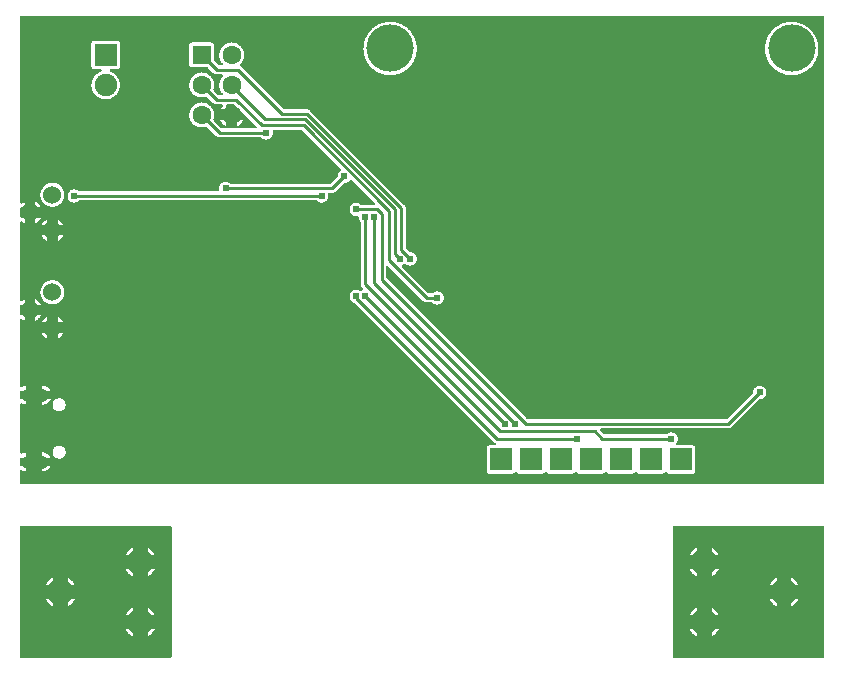
<source format=gbl>
G04 Layer: BottomLayer*
G04 EasyEDA v6.3.41, 2020-05-05T11:48:15+01:00*
G04 2ec71008dff244c88071119ef016d080,e9fa969840cb4916a94017553220f78b,10*
G04 Gerber Generator version 0.2*
G04 Scale: 100 percent, Rotated: No, Reflected: No *
G04 Dimensions in millimeters *
G04 leading zeros omitted , absolute positions ,3 integer and 3 decimal *
%FSLAX33Y33*%
%MOMM*%
G90*
G71D02*

%ADD10C,0.254000*%
%ADD15C,0.609600*%
%ADD19R,1.899996X1.899996*%
%ADD31C,1.524000*%
%ADD32C,3.999992*%
%ADD33C,2.227580*%
%ADD34C,1.599997*%
%ADD35R,1.599997X1.599997*%
%ADD36C,1.899996*%
%ADD37C,1.099998*%

%LPD*%
G36*
G01X68221Y57782D02*
G01X358Y57782D01*
G01X343Y57781D01*
G01X329Y57778D01*
G01X315Y57773D01*
G01X303Y57766D01*
G01X291Y57757D01*
G01X281Y57747D01*
G01X272Y57735D01*
G01X265Y57723D01*
G01X260Y57709D01*
G01X257Y57695D01*
G01X256Y57680D01*
G01X256Y42002D01*
G01X257Y41988D01*
G01X260Y41974D01*
G01X265Y41960D01*
G01X272Y41948D01*
G01X281Y41936D01*
G01X291Y41926D01*
G01X303Y41917D01*
G01X315Y41910D01*
G01X329Y41905D01*
G01X343Y41902D01*
G01X358Y41901D01*
G01X375Y41902D01*
G01X393Y41907D01*
G01X409Y41915D01*
G01X423Y41925D01*
G01X463Y41957D01*
G01X504Y41987D01*
G01X548Y42015D01*
G01X592Y42041D01*
G01X637Y42064D01*
G01X637Y41592D01*
G01X358Y41592D01*
G01X343Y41591D01*
G01X329Y41588D01*
G01X315Y41583D01*
G01X303Y41576D01*
G01X291Y41567D01*
G01X281Y41557D01*
G01X272Y41545D01*
G01X265Y41533D01*
G01X260Y41519D01*
G01X257Y41505D01*
G01X256Y41490D01*
G01X256Y40805D01*
G01X257Y40790D01*
G01X260Y40776D01*
G01X265Y40762D01*
G01X272Y40750D01*
G01X281Y40738D01*
G01X291Y40728D01*
G01X303Y40719D01*
G01X315Y40712D01*
G01X329Y40707D01*
G01X343Y40704D01*
G01X358Y40703D01*
G01X637Y40703D01*
G01X637Y40231D01*
G01X592Y40254D01*
G01X548Y40280D01*
G01X504Y40308D01*
G01X463Y40338D01*
G01X423Y40370D01*
G01X409Y40380D01*
G01X393Y40388D01*
G01X375Y40393D01*
G01X358Y40395D01*
G01X343Y40394D01*
G01X315Y40386D01*
G01X291Y40370D01*
G01X281Y40360D01*
G01X272Y40348D01*
G01X265Y40335D01*
G01X260Y40321D01*
G01X257Y40307D01*
G01X256Y40293D01*
G01X256Y33747D01*
G01X257Y33733D01*
G01X260Y33719D01*
G01X265Y33705D01*
G01X272Y33693D01*
G01X281Y33681D01*
G01X291Y33671D01*
G01X303Y33662D01*
G01X315Y33655D01*
G01X329Y33650D01*
G01X343Y33647D01*
G01X358Y33646D01*
G01X375Y33647D01*
G01X393Y33652D01*
G01X409Y33660D01*
G01X423Y33670D01*
G01X463Y33702D01*
G01X504Y33732D01*
G01X548Y33760D01*
G01X592Y33786D01*
G01X637Y33809D01*
G01X637Y33337D01*
G01X358Y33337D01*
G01X343Y33336D01*
G01X329Y33333D01*
G01X315Y33328D01*
G01X303Y33321D01*
G01X291Y33312D01*
G01X281Y33302D01*
G01X272Y33290D01*
G01X265Y33278D01*
G01X260Y33264D01*
G01X257Y33250D01*
G01X256Y33235D01*
G01X256Y32550D01*
G01X257Y32535D01*
G01X260Y32521D01*
G01X265Y32507D01*
G01X272Y32495D01*
G01X281Y32483D01*
G01X291Y32473D01*
G01X303Y32464D01*
G01X315Y32457D01*
G01X329Y32452D01*
G01X343Y32449D01*
G01X358Y32448D01*
G01X637Y32448D01*
G01X637Y31976D01*
G01X592Y31999D01*
G01X548Y32025D01*
G01X504Y32053D01*
G01X463Y32083D01*
G01X423Y32115D01*
G01X409Y32125D01*
G01X393Y32133D01*
G01X375Y32138D01*
G01X358Y32140D01*
G01X343Y32139D01*
G01X315Y32131D01*
G01X291Y32115D01*
G01X281Y32105D01*
G01X272Y32093D01*
G01X265Y32080D01*
G01X260Y32066D01*
G01X257Y32052D01*
G01X256Y32038D01*
G01X256Y26479D01*
G01X257Y26465D01*
G01X260Y26451D01*
G01X265Y26437D01*
G01X272Y26424D01*
G01X281Y26412D01*
G01X291Y26402D01*
G01X303Y26394D01*
G01X315Y26387D01*
G01X329Y26382D01*
G01X343Y26379D01*
G01X358Y26377D01*
G01X375Y26379D01*
G01X391Y26383D01*
G01X407Y26391D01*
G01X446Y26411D01*
G01X486Y26429D01*
G01X527Y26445D01*
G01X569Y26459D01*
G01X611Y26470D01*
G01X654Y26479D01*
G01X697Y26486D01*
G01X741Y26490D01*
G01X785Y26492D01*
G01X785Y26024D01*
G01X358Y26024D01*
G01X343Y26023D01*
G01X329Y26020D01*
G01X315Y26015D01*
G01X303Y26008D01*
G01X291Y25999D01*
G01X281Y25989D01*
G01X272Y25978D01*
G01X265Y25965D01*
G01X260Y25951D01*
G01X257Y25937D01*
G01X256Y25923D01*
G01X256Y25449D01*
G01X257Y25434D01*
G01X260Y25420D01*
G01X265Y25407D01*
G01X272Y25394D01*
G01X281Y25382D01*
G01X291Y25372D01*
G01X303Y25363D01*
G01X315Y25356D01*
G01X329Y25351D01*
G01X343Y25348D01*
G01X358Y25347D01*
G01X785Y25347D01*
G01X785Y24879D01*
G01X741Y24881D01*
G01X697Y24885D01*
G01X654Y24892D01*
G01X611Y24901D01*
G01X569Y24913D01*
G01X527Y24927D01*
G01X486Y24942D01*
G01X446Y24961D01*
G01X407Y24981D01*
G01X391Y24988D01*
G01X375Y24992D01*
G01X358Y24994D01*
G01X343Y24993D01*
G01X329Y24990D01*
G01X315Y24984D01*
G01X303Y24977D01*
G01X291Y24969D01*
G01X281Y24959D01*
G01X272Y24947D01*
G01X265Y24934D01*
G01X260Y24920D01*
G01X257Y24906D01*
G01X256Y24892D01*
G01X256Y20830D01*
G01X257Y20815D01*
G01X260Y20801D01*
G01X265Y20787D01*
G01X272Y20775D01*
G01X281Y20763D01*
G01X291Y20753D01*
G01X303Y20744D01*
G01X315Y20737D01*
G01X329Y20732D01*
G01X343Y20729D01*
G01X358Y20728D01*
G01X375Y20729D01*
G01X391Y20734D01*
G01X407Y20741D01*
G01X446Y20761D01*
G01X486Y20779D01*
G01X527Y20795D01*
G01X568Y20809D01*
G01X611Y20820D01*
G01X654Y20829D01*
G01X697Y20836D01*
G01X741Y20840D01*
G01X785Y20842D01*
G01X785Y20374D01*
G01X358Y20374D01*
G01X343Y20373D01*
G01X329Y20370D01*
G01X315Y20365D01*
G01X303Y20358D01*
G01X291Y20349D01*
G01X281Y20339D01*
G01X272Y20328D01*
G01X265Y20315D01*
G01X260Y20301D01*
G01X257Y20287D01*
G01X256Y20273D01*
G01X256Y19799D01*
G01X257Y19785D01*
G01X260Y19770D01*
G01X265Y19757D01*
G01X272Y19744D01*
G01X281Y19732D01*
G01X291Y19722D01*
G01X303Y19713D01*
G01X315Y19706D01*
G01X329Y19701D01*
G01X343Y19698D01*
G01X358Y19697D01*
G01X785Y19697D01*
G01X785Y19229D01*
G01X741Y19231D01*
G01X697Y19235D01*
G01X611Y19251D01*
G01X568Y19263D01*
G01X527Y19277D01*
G01X486Y19292D01*
G01X446Y19311D01*
G01X407Y19331D01*
G01X391Y19338D01*
G01X375Y19342D01*
G01X358Y19344D01*
G01X343Y19343D01*
G01X329Y19340D01*
G01X315Y19334D01*
G01X303Y19327D01*
G01X291Y19319D01*
G01X281Y19309D01*
G01X272Y19297D01*
G01X265Y19284D01*
G01X260Y19270D01*
G01X257Y19256D01*
G01X256Y19242D01*
G01X256Y18262D01*
G01X257Y18248D01*
G01X260Y18234D01*
G01X265Y18220D01*
G01X272Y18207D01*
G01X281Y18196D01*
G01X291Y18185D01*
G01X303Y18177D01*
G01X315Y18170D01*
G01X329Y18165D01*
G01X343Y18162D01*
G01X358Y18161D01*
G01X68221Y18161D01*
G01X68236Y18162D01*
G01X68250Y18165D01*
G01X68264Y18170D01*
G01X68276Y18177D01*
G01X68288Y18185D01*
G01X68298Y18196D01*
G01X68307Y18207D01*
G01X68314Y18220D01*
G01X68319Y18234D01*
G01X68322Y18248D01*
G01X68323Y18262D01*
G01X68323Y57680D01*
G01X68322Y57695D01*
G01X68319Y57709D01*
G01X68314Y57723D01*
G01X68307Y57735D01*
G01X68298Y57747D01*
G01X68288Y57757D01*
G01X68276Y57766D01*
G01X68264Y57773D01*
G01X68250Y57778D01*
G01X68236Y57781D01*
G01X68221Y57782D01*
G37*

%LPC*%
G36*
G01X16421Y55539D02*
G01X14820Y55539D01*
G01X14797Y55538D01*
G01X14773Y55535D01*
G01X14750Y55529D01*
G01X14728Y55522D01*
G01X14706Y55512D01*
G01X14685Y55501D01*
G01X14666Y55487D01*
G01X14648Y55472D01*
G01X14631Y55455D01*
G01X14616Y55437D01*
G01X14602Y55418D01*
G01X14591Y55397D01*
G01X14581Y55375D01*
G01X14574Y55353D01*
G01X14568Y55330D01*
G01X14565Y55306D01*
G01X14564Y55283D01*
G01X14564Y53682D01*
G01X14565Y53659D01*
G01X14568Y53635D01*
G01X14574Y53612D01*
G01X14581Y53590D01*
G01X14591Y53568D01*
G01X14602Y53547D01*
G01X14616Y53528D01*
G01X14631Y53510D01*
G01X14648Y53493D01*
G01X14666Y53478D01*
G01X14685Y53464D01*
G01X14706Y53453D01*
G01X14728Y53443D01*
G01X14750Y53436D01*
G01X14773Y53430D01*
G01X14797Y53427D01*
G01X14820Y53426D01*
G01X16092Y53426D01*
G01X16109Y53425D01*
G01X16124Y53421D01*
G01X16139Y53415D01*
G01X16152Y53407D01*
G01X16165Y53396D01*
G01X16619Y52941D01*
G01X16642Y52921D01*
G01X16665Y52902D01*
G01X16690Y52885D01*
G01X16716Y52871D01*
G01X16744Y52858D01*
G01X16772Y52848D01*
G01X16801Y52840D01*
G01X16831Y52834D01*
G01X16861Y52830D01*
G01X16891Y52829D01*
G01X17309Y52829D01*
G01X17323Y52828D01*
G01X17338Y52825D01*
G01X17351Y52820D01*
G01X17364Y52813D01*
G01X17376Y52804D01*
G01X17386Y52794D01*
G01X17394Y52782D01*
G01X17401Y52770D01*
G01X17406Y52756D01*
G01X17410Y52742D01*
G01X17411Y52727D01*
G01X17409Y52712D01*
G01X17406Y52697D01*
G01X17401Y52684D01*
G01X17393Y52670D01*
G01X17384Y52658D01*
G01X17351Y52622D01*
G01X17320Y52583D01*
G01X17291Y52543D01*
G01X17264Y52502D01*
G01X17239Y52460D01*
G01X17216Y52416D01*
G01X17195Y52372D01*
G01X17177Y52327D01*
G01X17160Y52281D01*
G01X17145Y52234D01*
G01X17132Y52186D01*
G01X17122Y52138D01*
G01X17114Y52089D01*
G01X17108Y52041D01*
G01X17105Y51992D01*
G01X17104Y51943D01*
G01X17105Y51893D01*
G01X17108Y51844D01*
G01X17114Y51796D01*
G01X17122Y51747D01*
G01X17132Y51699D01*
G01X17145Y51651D01*
G01X17160Y51604D01*
G01X17177Y51558D01*
G01X17195Y51513D01*
G01X17216Y51469D01*
G01X17239Y51425D01*
G01X17264Y51383D01*
G01X17291Y51342D01*
G01X17320Y51302D01*
G01X17351Y51263D01*
G01X17384Y51227D01*
G01X17393Y51215D01*
G01X17401Y51201D01*
G01X17406Y51188D01*
G01X17409Y51173D01*
G01X17411Y51158D01*
G01X17410Y51143D01*
G01X17406Y51129D01*
G01X17401Y51115D01*
G01X17394Y51103D01*
G01X17386Y51091D01*
G01X17376Y51081D01*
G01X17364Y51072D01*
G01X17351Y51065D01*
G01X17338Y51060D01*
G01X17323Y51057D01*
G01X17309Y51056D01*
G01X17092Y51056D01*
G01X17075Y51057D01*
G01X17060Y51061D01*
G01X17045Y51067D01*
G01X17032Y51075D01*
G01X17020Y51086D01*
G01X16635Y51470D01*
G01X16625Y51482D01*
G01X16617Y51496D01*
G01X16611Y51511D01*
G01X16607Y51526D01*
G01X16606Y51542D01*
G01X16607Y51560D01*
G01X16612Y51577D01*
G01X16627Y51621D01*
G01X16640Y51666D01*
G01X16651Y51711D01*
G01X16660Y51757D01*
G01X16668Y51803D01*
G01X16673Y51850D01*
G01X16676Y51896D01*
G01X16677Y51943D01*
G01X16676Y51990D01*
G01X16673Y52037D01*
G01X16667Y52084D01*
G01X16660Y52131D01*
G01X16651Y52178D01*
G01X16639Y52223D01*
G01X16625Y52269D01*
G01X16610Y52314D01*
G01X16592Y52358D01*
G01X16572Y52401D01*
G01X16551Y52443D01*
G01X16527Y52485D01*
G01X16502Y52525D01*
G01X16475Y52563D01*
G01X16447Y52601D01*
G01X16416Y52637D01*
G01X16384Y52672D01*
G01X16350Y52706D01*
G01X16315Y52738D01*
G01X16279Y52769D01*
G01X16241Y52797D01*
G01X16203Y52824D01*
G01X16163Y52849D01*
G01X16121Y52873D01*
G01X16079Y52894D01*
G01X16036Y52914D01*
G01X15992Y52932D01*
G01X15947Y52947D01*
G01X15901Y52961D01*
G01X15856Y52973D01*
G01X15809Y52982D01*
G01X15762Y52989D01*
G01X15715Y52995D01*
G01X15668Y52998D01*
G01X15621Y52999D01*
G01X15573Y52998D01*
G01X15526Y52995D01*
G01X15479Y52989D01*
G01X15432Y52982D01*
G01X15385Y52973D01*
G01X15340Y52961D01*
G01X15294Y52947D01*
G01X15249Y52932D01*
G01X15205Y52914D01*
G01X15162Y52894D01*
G01X15120Y52873D01*
G01X15078Y52849D01*
G01X15038Y52824D01*
G01X15000Y52797D01*
G01X14962Y52769D01*
G01X14926Y52738D01*
G01X14891Y52706D01*
G01X14857Y52672D01*
G01X14825Y52637D01*
G01X14794Y52601D01*
G01X14766Y52563D01*
G01X14739Y52525D01*
G01X14714Y52485D01*
G01X14690Y52443D01*
G01X14669Y52401D01*
G01X14649Y52358D01*
G01X14631Y52314D01*
G01X14616Y52269D01*
G01X14602Y52223D01*
G01X14590Y52178D01*
G01X14581Y52131D01*
G01X14574Y52084D01*
G01X14568Y52037D01*
G01X14565Y51990D01*
G01X14564Y51943D01*
G01X14565Y51895D01*
G01X14568Y51848D01*
G01X14574Y51801D01*
G01X14581Y51754D01*
G01X14590Y51707D01*
G01X14602Y51662D01*
G01X14616Y51616D01*
G01X14631Y51571D01*
G01X14649Y51527D01*
G01X14669Y51484D01*
G01X14690Y51442D01*
G01X14714Y51400D01*
G01X14739Y51360D01*
G01X14766Y51322D01*
G01X14794Y51284D01*
G01X14825Y51248D01*
G01X14857Y51213D01*
G01X14891Y51179D01*
G01X14926Y51147D01*
G01X14962Y51116D01*
G01X15000Y51088D01*
G01X15038Y51061D01*
G01X15078Y51036D01*
G01X15120Y51012D01*
G01X15162Y50991D01*
G01X15205Y50971D01*
G01X15249Y50953D01*
G01X15294Y50938D01*
G01X15340Y50924D01*
G01X15385Y50912D01*
G01X15432Y50903D01*
G01X15479Y50896D01*
G01X15526Y50890D01*
G01X15573Y50887D01*
G01X15621Y50886D01*
G01X15667Y50887D01*
G01X15713Y50890D01*
G01X15760Y50895D01*
G01X15806Y50903D01*
G01X15852Y50912D01*
G01X15897Y50923D01*
G01X15942Y50936D01*
G01X15986Y50951D01*
G01X16003Y50956D01*
G01X16021Y50957D01*
G01X16037Y50956D01*
G01X16052Y50952D01*
G01X16067Y50946D01*
G01X16081Y50938D01*
G01X16093Y50928D01*
G01X16619Y50401D01*
G01X16642Y50381D01*
G01X16665Y50362D01*
G01X16690Y50345D01*
G01X16716Y50331D01*
G01X16744Y50318D01*
G01X16772Y50308D01*
G01X16801Y50300D01*
G01X16831Y50294D01*
G01X16861Y50290D01*
G01X16891Y50289D01*
G01X17309Y50289D01*
G01X17323Y50288D01*
G01X17338Y50285D01*
G01X17351Y50280D01*
G01X17364Y50273D01*
G01X17376Y50264D01*
G01X17386Y50254D01*
G01X17394Y50242D01*
G01X17401Y50230D01*
G01X17406Y50216D01*
G01X17410Y50202D01*
G01X17411Y50187D01*
G01X17409Y50172D01*
G01X17406Y50157D01*
G01X17401Y50144D01*
G01X17393Y50130D01*
G01X17384Y50118D01*
G01X17350Y50080D01*
G01X17318Y50040D01*
G01X17288Y49998D01*
G01X17260Y49956D01*
G01X17234Y49912D01*
G01X17211Y49866D01*
G01X17697Y49866D01*
G01X17697Y50187D01*
G01X17698Y50202D01*
G01X17701Y50216D01*
G01X17706Y50230D01*
G01X17713Y50242D01*
G01X17722Y50254D01*
G01X17732Y50264D01*
G01X17743Y50273D01*
G01X17757Y50280D01*
G01X17770Y50285D01*
G01X17784Y50288D01*
G01X17799Y50289D01*
G01X18340Y50289D01*
G01X18357Y50288D01*
G01X18372Y50284D01*
G01X18387Y50278D01*
G01X18400Y50270D01*
G01X18412Y50259D01*
G01X18594Y50077D01*
G01X18604Y50065D01*
G01X18613Y50052D01*
G01X18619Y50037D01*
G01X18623Y50021D01*
G01X18624Y50005D01*
G01X18624Y49866D01*
G01X18763Y49866D01*
G01X18779Y49865D01*
G01X18795Y49861D01*
G01X18810Y49855D01*
G01X18823Y49846D01*
G01X18835Y49836D01*
G01X19377Y49295D01*
G01X20236Y48435D01*
G01X20246Y48424D01*
G01X20255Y48410D01*
G01X20261Y48395D01*
G01X20265Y48379D01*
G01X20266Y48364D01*
G01X20265Y48349D01*
G01X20262Y48335D01*
G01X20257Y48321D01*
G01X20250Y48309D01*
G01X20241Y48297D01*
G01X20231Y48287D01*
G01X20219Y48278D01*
G01X20207Y48271D01*
G01X20193Y48266D01*
G01X20179Y48263D01*
G01X20164Y48262D01*
G01X18673Y48262D01*
G01X18656Y48264D01*
G01X18639Y48268D01*
G01X18624Y48274D01*
G01X18610Y48284D01*
G01X18597Y48295D01*
G01X18585Y48284D01*
G01X18571Y48274D01*
G01X18556Y48268D01*
G01X18539Y48264D01*
G01X18522Y48262D01*
G01X17799Y48262D01*
G01X17782Y48264D01*
G01X17765Y48268D01*
G01X17750Y48274D01*
G01X17736Y48284D01*
G01X17724Y48295D01*
G01X17711Y48284D01*
G01X17697Y48274D01*
G01X17682Y48268D01*
G01X17665Y48264D01*
G01X17648Y48262D01*
G01X17346Y48262D01*
G01X17329Y48263D01*
G01X17314Y48267D01*
G01X17299Y48273D01*
G01X17286Y48281D01*
G01X17274Y48292D01*
G01X16635Y48930D01*
G01X16625Y48942D01*
G01X16617Y48956D01*
G01X16611Y48971D01*
G01X16607Y48986D01*
G01X16606Y49002D01*
G01X16607Y49020D01*
G01X16612Y49037D01*
G01X16627Y49081D01*
G01X16640Y49126D01*
G01X16651Y49171D01*
G01X16660Y49217D01*
G01X16668Y49263D01*
G01X16673Y49310D01*
G01X16676Y49356D01*
G01X16677Y49403D01*
G01X16676Y49450D01*
G01X16673Y49497D01*
G01X16667Y49544D01*
G01X16660Y49591D01*
G01X16651Y49638D01*
G01X16639Y49683D01*
G01X16625Y49729D01*
G01X16610Y49774D01*
G01X16592Y49818D01*
G01X16572Y49861D01*
G01X16551Y49903D01*
G01X16527Y49945D01*
G01X16502Y49985D01*
G01X16475Y50023D01*
G01X16447Y50061D01*
G01X16416Y50097D01*
G01X16384Y50132D01*
G01X16350Y50166D01*
G01X16315Y50198D01*
G01X16279Y50229D01*
G01X16241Y50257D01*
G01X16203Y50284D01*
G01X16163Y50309D01*
G01X16121Y50333D01*
G01X16079Y50354D01*
G01X16036Y50374D01*
G01X15992Y50392D01*
G01X15947Y50407D01*
G01X15901Y50421D01*
G01X15856Y50433D01*
G01X15809Y50442D01*
G01X15762Y50449D01*
G01X15715Y50455D01*
G01X15668Y50458D01*
G01X15621Y50459D01*
G01X15573Y50458D01*
G01X15526Y50455D01*
G01X15479Y50449D01*
G01X15432Y50442D01*
G01X15385Y50433D01*
G01X15340Y50421D01*
G01X15294Y50407D01*
G01X15249Y50392D01*
G01X15205Y50374D01*
G01X15162Y50354D01*
G01X15120Y50333D01*
G01X15078Y50309D01*
G01X15038Y50284D01*
G01X15000Y50257D01*
G01X14962Y50229D01*
G01X14926Y50198D01*
G01X14891Y50166D01*
G01X14857Y50132D01*
G01X14825Y50097D01*
G01X14794Y50061D01*
G01X14766Y50023D01*
G01X14739Y49985D01*
G01X14714Y49945D01*
G01X14690Y49903D01*
G01X14669Y49861D01*
G01X14649Y49818D01*
G01X14631Y49774D01*
G01X14616Y49729D01*
G01X14602Y49683D01*
G01X14590Y49638D01*
G01X14581Y49591D01*
G01X14574Y49544D01*
G01X14568Y49497D01*
G01X14565Y49450D01*
G01X14564Y49403D01*
G01X14565Y49355D01*
G01X14568Y49308D01*
G01X14574Y49261D01*
G01X14581Y49214D01*
G01X14590Y49167D01*
G01X14602Y49122D01*
G01X14616Y49076D01*
G01X14631Y49031D01*
G01X14649Y48987D01*
G01X14669Y48944D01*
G01X14690Y48902D01*
G01X14714Y48860D01*
G01X14739Y48820D01*
G01X14766Y48782D01*
G01X14794Y48744D01*
G01X14825Y48708D01*
G01X14857Y48673D01*
G01X14891Y48639D01*
G01X14926Y48607D01*
G01X14962Y48576D01*
G01X15000Y48548D01*
G01X15038Y48521D01*
G01X15078Y48496D01*
G01X15120Y48472D01*
G01X15162Y48451D01*
G01X15205Y48431D01*
G01X15249Y48413D01*
G01X15294Y48398D01*
G01X15340Y48384D01*
G01X15385Y48372D01*
G01X15432Y48363D01*
G01X15479Y48356D01*
G01X15526Y48350D01*
G01X15573Y48347D01*
G01X15621Y48346D01*
G01X15667Y48347D01*
G01X15713Y48350D01*
G01X15760Y48355D01*
G01X15806Y48363D01*
G01X15852Y48372D01*
G01X15897Y48383D01*
G01X15942Y48396D01*
G01X15986Y48411D01*
G01X16003Y48416D01*
G01X16021Y48417D01*
G01X16037Y48416D01*
G01X16052Y48412D01*
G01X16067Y48406D01*
G01X16081Y48398D01*
G01X16093Y48388D01*
G01X16873Y47607D01*
G01X16896Y47587D01*
G01X16919Y47568D01*
G01X16944Y47551D01*
G01X16970Y47537D01*
G01X16998Y47524D01*
G01X17026Y47514D01*
G01X17055Y47506D01*
G01X17085Y47500D01*
G01X17115Y47496D01*
G01X17145Y47495D01*
G01X20630Y47495D01*
G01X20645Y47494D01*
G01X20660Y47490D01*
G01X20674Y47485D01*
G01X20687Y47477D01*
G01X20699Y47468D01*
G01X20725Y47445D01*
G01X20753Y47423D01*
G01X20782Y47404D01*
G01X20812Y47386D01*
G01X20844Y47370D01*
G01X20876Y47356D01*
G01X20909Y47344D01*
G01X20943Y47334D01*
G01X20977Y47327D01*
G01X21011Y47322D01*
G01X21046Y47318D01*
G01X21082Y47317D01*
G01X21116Y47318D01*
G01X21149Y47321D01*
G01X21183Y47326D01*
G01X21216Y47333D01*
G01X21249Y47343D01*
G01X21281Y47354D01*
G01X21312Y47366D01*
G01X21343Y47382D01*
G01X21372Y47398D01*
G01X21401Y47417D01*
G01X21427Y47437D01*
G01X21454Y47458D01*
G01X21502Y47506D01*
G01X21523Y47533D01*
G01X21543Y47559D01*
G01X21562Y47588D01*
G01X21578Y47617D01*
G01X21594Y47648D01*
G01X21606Y47679D01*
G01X21617Y47711D01*
G01X21627Y47744D01*
G01X21634Y47777D01*
G01X21639Y47811D01*
G01X21642Y47844D01*
G01X21643Y47879D01*
G01X21641Y47921D01*
G01X21636Y47963D01*
G01X21628Y48006D01*
G01X21626Y48028D01*
G01X21627Y48043D01*
G01X21630Y48057D01*
G01X21635Y48071D01*
G01X21642Y48083D01*
G01X21650Y48095D01*
G01X21661Y48105D01*
G01X21672Y48114D01*
G01X21685Y48121D01*
G01X21699Y48126D01*
G01X21713Y48129D01*
G01X21727Y48130D01*
G01X24055Y48130D01*
G01X24072Y48129D01*
G01X24087Y48125D01*
G01X24102Y48119D01*
G01X24115Y48111D01*
G01X24127Y48100D01*
G01X27401Y44826D01*
G01X27412Y44814D01*
G01X27420Y44801D01*
G01X27426Y44786D01*
G01X27429Y44771D01*
G01X27431Y44755D01*
G01X27430Y44740D01*
G01X27427Y44726D01*
G01X27422Y44712D01*
G01X27415Y44699D01*
G01X27406Y44688D01*
G01X27395Y44678D01*
G01X27384Y44669D01*
G01X27356Y44650D01*
G01X27329Y44629D01*
G01X27303Y44606D01*
G01X27279Y44583D01*
G01X27257Y44558D01*
G01X27235Y44531D01*
G01X27216Y44503D01*
G01X27198Y44474D01*
G01X27182Y44444D01*
G01X27168Y44413D01*
G01X27156Y44381D01*
G01X27145Y44349D01*
G01X27137Y44316D01*
G01X27131Y44283D01*
G01X27127Y44249D01*
G01X27125Y44215D01*
G01X27123Y44201D01*
G01X27119Y44186D01*
G01X27113Y44172D01*
G01X27105Y44159D01*
G01X27095Y44147D01*
G01X26540Y43593D01*
G01X26528Y43582D01*
G01X26515Y43574D01*
G01X26500Y43568D01*
G01X26485Y43564D01*
G01X26468Y43563D01*
G01X18104Y43563D01*
G01X18089Y43564D01*
G01X18074Y43568D01*
G01X18060Y43573D01*
G01X18047Y43581D01*
G01X18035Y43590D01*
G01X18009Y43613D01*
G01X17981Y43635D01*
G01X17952Y43654D01*
G01X17922Y43672D01*
G01X17890Y43688D01*
G01X17858Y43702D01*
G01X17825Y43714D01*
G01X17791Y43724D01*
G01X17757Y43731D01*
G01X17723Y43736D01*
G01X17688Y43740D01*
G01X17653Y43741D01*
G01X17618Y43740D01*
G01X17585Y43737D01*
G01X17551Y43732D01*
G01X17518Y43725D01*
G01X17485Y43715D01*
G01X17453Y43704D01*
G01X17422Y43692D01*
G01X17391Y43676D01*
G01X17362Y43660D01*
G01X17333Y43641D01*
G01X17307Y43621D01*
G01X17280Y43600D01*
G01X17232Y43552D01*
G01X17211Y43525D01*
G01X17191Y43499D01*
G01X17172Y43470D01*
G01X17156Y43441D01*
G01X17140Y43410D01*
G01X17128Y43379D01*
G01X17117Y43347D01*
G01X17107Y43314D01*
G01X17100Y43281D01*
G01X17095Y43247D01*
G01X17092Y43214D01*
G01X17091Y43180D01*
G01X17093Y43137D01*
G01X17098Y43095D01*
G01X17106Y43053D01*
G01X17108Y43030D01*
G01X17107Y43015D01*
G01X17104Y43001D01*
G01X17099Y42987D01*
G01X17092Y42975D01*
G01X17084Y42963D01*
G01X17073Y42953D01*
G01X17062Y42944D01*
G01X17049Y42937D01*
G01X17035Y42932D01*
G01X17021Y42929D01*
G01X17007Y42928D01*
G01X5277Y42928D01*
G01X5262Y42929D01*
G01X5247Y42933D01*
G01X5233Y42938D01*
G01X5220Y42946D01*
G01X5208Y42955D01*
G01X5182Y42978D01*
G01X5154Y43000D01*
G01X5125Y43019D01*
G01X5095Y43037D01*
G01X5063Y43053D01*
G01X5031Y43067D01*
G01X4998Y43079D01*
G01X4964Y43089D01*
G01X4930Y43096D01*
G01X4896Y43101D01*
G01X4861Y43105D01*
G01X4826Y43106D01*
G01X4791Y43105D01*
G01X4758Y43102D01*
G01X4724Y43097D01*
G01X4691Y43090D01*
G01X4658Y43080D01*
G01X4626Y43069D01*
G01X4595Y43057D01*
G01X4564Y43041D01*
G01X4535Y43025D01*
G01X4506Y43006D01*
G01X4480Y42986D01*
G01X4453Y42965D01*
G01X4405Y42917D01*
G01X4384Y42890D01*
G01X4364Y42864D01*
G01X4345Y42835D01*
G01X4329Y42806D01*
G01X4313Y42775D01*
G01X4301Y42744D01*
G01X4290Y42712D01*
G01X4280Y42679D01*
G01X4273Y42646D01*
G01X4268Y42612D01*
G01X4265Y42579D01*
G01X4264Y42545D01*
G01X4265Y42510D01*
G01X4268Y42477D01*
G01X4273Y42443D01*
G01X4280Y42410D01*
G01X4290Y42377D01*
G01X4301Y42345D01*
G01X4313Y42314D01*
G01X4329Y42283D01*
G01X4345Y42254D01*
G01X4364Y42225D01*
G01X4384Y42199D01*
G01X4405Y42172D01*
G01X4453Y42124D01*
G01X4480Y42103D01*
G01X4506Y42083D01*
G01X4535Y42064D01*
G01X4564Y42048D01*
G01X4595Y42032D01*
G01X4626Y42020D01*
G01X4658Y42009D01*
G01X4691Y41999D01*
G01X4724Y41992D01*
G01X4758Y41987D01*
G01X4791Y41984D01*
G01X4826Y41983D01*
G01X4861Y41984D01*
G01X4896Y41988D01*
G01X4930Y41993D01*
G01X4964Y42000D01*
G01X4998Y42010D01*
G01X5031Y42022D01*
G01X5063Y42036D01*
G01X5095Y42052D01*
G01X5125Y42070D01*
G01X5154Y42089D01*
G01X5182Y42111D01*
G01X5208Y42134D01*
G01X5220Y42143D01*
G01X5233Y42151D01*
G01X5247Y42156D01*
G01X5262Y42160D01*
G01X5277Y42161D01*
G01X25329Y42161D01*
G01X25344Y42160D01*
G01X25359Y42156D01*
G01X25373Y42151D01*
G01X25386Y42143D01*
G01X25398Y42134D01*
G01X25424Y42111D01*
G01X25452Y42089D01*
G01X25481Y42070D01*
G01X25511Y42052D01*
G01X25543Y42036D01*
G01X25575Y42022D01*
G01X25608Y42010D01*
G01X25642Y42000D01*
G01X25676Y41993D01*
G01X25710Y41988D01*
G01X25745Y41984D01*
G01X25781Y41983D01*
G01X25815Y41984D01*
G01X25848Y41987D01*
G01X25882Y41992D01*
G01X25915Y41999D01*
G01X25948Y42009D01*
G01X25980Y42020D01*
G01X26011Y42032D01*
G01X26042Y42048D01*
G01X26071Y42064D01*
G01X26100Y42083D01*
G01X26126Y42103D01*
G01X26153Y42124D01*
G01X26201Y42172D01*
G01X26222Y42199D01*
G01X26242Y42225D01*
G01X26261Y42254D01*
G01X26277Y42283D01*
G01X26293Y42314D01*
G01X26305Y42345D01*
G01X26316Y42377D01*
G01X26326Y42410D01*
G01X26333Y42443D01*
G01X26338Y42477D01*
G01X26341Y42510D01*
G01X26342Y42545D01*
G01X26340Y42587D01*
G01X26335Y42629D01*
G01X26327Y42672D01*
G01X26325Y42694D01*
G01X26326Y42709D01*
G01X26329Y42723D01*
G01X26334Y42737D01*
G01X26341Y42749D01*
G01X26349Y42761D01*
G01X26360Y42771D01*
G01X26371Y42780D01*
G01X26384Y42787D01*
G01X26398Y42792D01*
G01X26412Y42795D01*
G01X26426Y42796D01*
G01X26670Y42796D01*
G01X26699Y42797D01*
G01X26729Y42801D01*
G01X26759Y42807D01*
G01X26788Y42815D01*
G01X26816Y42825D01*
G01X26844Y42838D01*
G01X26870Y42852D01*
G01X26895Y42869D01*
G01X26918Y42888D01*
G01X26941Y42908D01*
G01X27637Y43605D01*
G01X27649Y43615D01*
G01X27662Y43623D01*
G01X27676Y43629D01*
G01X27691Y43633D01*
G01X27705Y43635D01*
G01X27739Y43637D01*
G01X27773Y43641D01*
G01X27806Y43647D01*
G01X27839Y43655D01*
G01X27871Y43666D01*
G01X27903Y43678D01*
G01X27934Y43692D01*
G01X27964Y43708D01*
G01X27993Y43726D01*
G01X28021Y43745D01*
G01X28048Y43767D01*
G01X28073Y43789D01*
G01X28096Y43813D01*
G01X28119Y43839D01*
G01X28140Y43866D01*
G01X28159Y43894D01*
G01X28168Y43905D01*
G01X28178Y43916D01*
G01X28189Y43925D01*
G01X28202Y43932D01*
G01X28216Y43937D01*
G01X28230Y43940D01*
G01X28245Y43941D01*
G01X28261Y43939D01*
G01X28276Y43936D01*
G01X28291Y43930D01*
G01X28304Y43922D01*
G01X28316Y43911D01*
G01X30269Y41958D01*
G01X30279Y41947D01*
G01X30288Y41933D01*
G01X30294Y41918D01*
G01X30298Y41902D01*
G01X30299Y41887D01*
G01X30298Y41872D01*
G01X30295Y41858D01*
G01X30290Y41844D01*
G01X30283Y41832D01*
G01X30274Y41820D01*
G01X30264Y41810D01*
G01X30252Y41801D01*
G01X30240Y41794D01*
G01X30226Y41789D01*
G01X30212Y41786D01*
G01X30197Y41785D01*
G01X29153Y41785D01*
G01X29138Y41786D01*
G01X29123Y41790D01*
G01X29109Y41795D01*
G01X29096Y41803D01*
G01X29084Y41812D01*
G01X29058Y41835D01*
G01X29030Y41857D01*
G01X29001Y41876D01*
G01X28971Y41894D01*
G01X28939Y41910D01*
G01X28907Y41924D01*
G01X28874Y41936D01*
G01X28840Y41946D01*
G01X28806Y41953D01*
G01X28772Y41958D01*
G01X28737Y41962D01*
G01X28702Y41963D01*
G01X28667Y41962D01*
G01X28634Y41959D01*
G01X28600Y41954D01*
G01X28567Y41947D01*
G01X28534Y41937D01*
G01X28502Y41926D01*
G01X28471Y41914D01*
G01X28440Y41898D01*
G01X28411Y41882D01*
G01X28382Y41863D01*
G01X28356Y41843D01*
G01X28329Y41822D01*
G01X28281Y41774D01*
G01X28260Y41747D01*
G01X28240Y41721D01*
G01X28221Y41692D01*
G01X28205Y41663D01*
G01X28189Y41632D01*
G01X28177Y41601D01*
G01X28166Y41569D01*
G01X28156Y41536D01*
G01X28149Y41503D01*
G01X28144Y41469D01*
G01X28141Y41436D01*
G01X28140Y41402D01*
G01X28141Y41367D01*
G01X28144Y41334D01*
G01X28149Y41300D01*
G01X28156Y41267D01*
G01X28166Y41234D01*
G01X28177Y41202D01*
G01X28189Y41171D01*
G01X28205Y41140D01*
G01X28221Y41111D01*
G01X28240Y41082D01*
G01X28260Y41056D01*
G01X28281Y41029D01*
G01X28329Y40981D01*
G01X28356Y40960D01*
G01X28382Y40940D01*
G01X28411Y40921D01*
G01X28440Y40905D01*
G01X28471Y40889D01*
G01X28502Y40877D01*
G01X28534Y40866D01*
G01X28567Y40856D01*
G01X28600Y40849D01*
G01X28634Y40844D01*
G01X28667Y40841D01*
G01X28702Y40840D01*
G01X28744Y40842D01*
G01X28786Y40846D01*
G01X28801Y40848D01*
G01X28816Y40846D01*
G01X28832Y40843D01*
G01X28846Y40837D01*
G01X28859Y40829D01*
G01X28872Y40819D01*
G01X28882Y40807D01*
G01X28890Y40794D01*
G01X28897Y40780D01*
G01X28901Y40765D01*
G01X28903Y40749D01*
G01X28905Y40713D01*
G01X28909Y40676D01*
G01X28916Y40640D01*
G01X28926Y40605D01*
G01X28938Y40570D01*
G01X28951Y40536D01*
G01X28968Y40503D01*
G01X28986Y40471D01*
G01X29006Y40441D01*
G01X29029Y40411D01*
G01X29053Y40384D01*
G01X29062Y40372D01*
G01X29070Y40359D01*
G01X29075Y40345D01*
G01X29079Y40330D01*
G01X29080Y40315D01*
G01X29080Y35052D01*
G01X29081Y35022D01*
G01X29085Y34992D01*
G01X29091Y34962D01*
G01X29099Y34933D01*
G01X29109Y34905D01*
G01X29122Y34877D01*
G01X29136Y34851D01*
G01X29153Y34826D01*
G01X29172Y34803D01*
G01X29192Y34780D01*
G01X29261Y34711D01*
G01X29272Y34699D01*
G01X29280Y34685D01*
G01X29286Y34671D01*
G01X29290Y34655D01*
G01X29291Y34639D01*
G01X29290Y34625D01*
G01X29287Y34611D01*
G01X29282Y34597D01*
G01X29275Y34584D01*
G01X29266Y34572D01*
G01X29256Y34562D01*
G01X29245Y34554D01*
G01X29232Y34547D01*
G01X29200Y34531D01*
G01X29170Y34514D01*
G01X29141Y34495D01*
G01X29128Y34487D01*
G01X29113Y34481D01*
G01X29098Y34477D01*
G01X29083Y34476D01*
G01X29067Y34477D01*
G01X29052Y34481D01*
G01X29037Y34487D01*
G01X29024Y34495D01*
G01X28996Y34514D01*
G01X28966Y34531D01*
G01X28935Y34546D01*
G01X28903Y34559D01*
G01X28871Y34571D01*
G01X28838Y34580D01*
G01X28804Y34587D01*
G01X28770Y34593D01*
G01X28736Y34596D01*
G01X28702Y34597D01*
G01X28667Y34596D01*
G01X28634Y34593D01*
G01X28600Y34588D01*
G01X28567Y34581D01*
G01X28534Y34571D01*
G01X28502Y34560D01*
G01X28471Y34548D01*
G01X28440Y34532D01*
G01X28411Y34516D01*
G01X28382Y34497D01*
G01X28356Y34477D01*
G01X28329Y34456D01*
G01X28281Y34408D01*
G01X28260Y34381D01*
G01X28240Y34355D01*
G01X28221Y34326D01*
G01X28205Y34297D01*
G01X28189Y34266D01*
G01X28177Y34235D01*
G01X28166Y34203D01*
G01X28156Y34170D01*
G01X28149Y34137D01*
G01X28144Y34103D01*
G01X28141Y34070D01*
G01X28140Y34036D01*
G01X28141Y34000D01*
G01X28145Y33966D01*
G01X28150Y33931D01*
G01X28157Y33897D01*
G01X28167Y33864D01*
G01X28179Y33831D01*
G01X28192Y33799D01*
G01X28208Y33767D01*
G01X28226Y33737D01*
G01X28245Y33708D01*
G01X28267Y33680D01*
G01X28290Y33655D01*
G01X28314Y33630D01*
G01X28340Y33606D01*
G01X28367Y33584D01*
G01X28396Y33565D01*
G01X28426Y33546D01*
G01X28457Y33530D01*
G01X28489Y33516D01*
G01X28522Y33504D01*
G01X28555Y33493D01*
G01X28571Y33487D01*
G01X28587Y33479D01*
G01X28600Y33468D01*
G01X40368Y21699D01*
G01X40389Y21680D01*
G01X40412Y21662D01*
G01X40435Y21646D01*
G01X40460Y21632D01*
G01X40473Y21623D01*
G01X40485Y21613D01*
G01X40495Y21601D01*
G01X40503Y21587D01*
G01X40509Y21573D01*
G01X40513Y21557D01*
G01X40514Y21542D01*
G01X40513Y21527D01*
G01X40510Y21513D01*
G01X40505Y21500D01*
G01X40498Y21487D01*
G01X40490Y21475D01*
G01X40479Y21465D01*
G01X40468Y21456D01*
G01X40455Y21449D01*
G01X40441Y21444D01*
G01X40427Y21441D01*
G01X40412Y21440D01*
G01X40005Y21440D01*
G01X39981Y21439D01*
G01X39957Y21436D01*
G01X39934Y21430D01*
G01X39912Y21423D01*
G01X39890Y21413D01*
G01X39869Y21402D01*
G01X39850Y21388D01*
G01X39832Y21373D01*
G01X39815Y21356D01*
G01X39800Y21338D01*
G01X39787Y21319D01*
G01X39775Y21298D01*
G01X39765Y21276D01*
G01X39758Y21254D01*
G01X39753Y21231D01*
G01X39749Y21207D01*
G01X39748Y21184D01*
G01X39748Y19284D01*
G01X39749Y19260D01*
G01X39753Y19236D01*
G01X39758Y19214D01*
G01X39765Y19191D01*
G01X39775Y19169D01*
G01X39787Y19149D01*
G01X39800Y19129D01*
G01X39815Y19110D01*
G01X39832Y19094D01*
G01X39850Y19079D01*
G01X39869Y19065D01*
G01X39890Y19054D01*
G01X39912Y19044D01*
G01X39934Y19037D01*
G01X39957Y19031D01*
G01X39981Y19028D01*
G01X40005Y19027D01*
G01X41904Y19027D01*
G01X41928Y19028D01*
G01X41952Y19031D01*
G01X41975Y19037D01*
G01X41997Y19044D01*
G01X42019Y19054D01*
G01X42039Y19065D01*
G01X42059Y19078D01*
G01X42077Y19094D01*
G01X42093Y19110D01*
G01X42109Y19128D01*
G01X42122Y19148D01*
G01X42134Y19168D01*
G01X42142Y19182D01*
G01X42152Y19194D01*
G01X42165Y19205D01*
G01X42178Y19213D01*
G01X42193Y19219D01*
G01X42209Y19223D01*
G01X42224Y19224D01*
G01X42240Y19223D01*
G01X42256Y19219D01*
G01X42271Y19213D01*
G01X42284Y19205D01*
G01X42297Y19194D01*
G01X42307Y19182D01*
G01X42315Y19168D01*
G01X42327Y19148D01*
G01X42340Y19128D01*
G01X42356Y19110D01*
G01X42372Y19094D01*
G01X42390Y19078D01*
G01X42410Y19065D01*
G01X42431Y19054D01*
G01X42452Y19044D01*
G01X42474Y19037D01*
G01X42497Y19031D01*
G01X42521Y19028D01*
G01X42545Y19027D01*
G01X44444Y19027D01*
G01X44468Y19028D01*
G01X44492Y19031D01*
G01X44515Y19037D01*
G01X44537Y19044D01*
G01X44559Y19054D01*
G01X44579Y19065D01*
G01X44599Y19078D01*
G01X44617Y19094D01*
G01X44633Y19110D01*
G01X44649Y19128D01*
G01X44662Y19148D01*
G01X44674Y19168D01*
G01X44682Y19182D01*
G01X44692Y19194D01*
G01X44705Y19205D01*
G01X44718Y19213D01*
G01X44733Y19219D01*
G01X44749Y19223D01*
G01X44764Y19224D01*
G01X44780Y19223D01*
G01X44796Y19219D01*
G01X44811Y19213D01*
G01X44824Y19205D01*
G01X44837Y19194D01*
G01X44847Y19182D01*
G01X44855Y19168D01*
G01X44867Y19148D01*
G01X44880Y19128D01*
G01X44896Y19110D01*
G01X44912Y19094D01*
G01X44930Y19078D01*
G01X44950Y19065D01*
G01X44971Y19054D01*
G01X44992Y19044D01*
G01X45014Y19037D01*
G01X45037Y19031D01*
G01X45061Y19028D01*
G01X45085Y19027D01*
G01X46984Y19027D01*
G01X47008Y19028D01*
G01X47032Y19031D01*
G01X47055Y19037D01*
G01X47077Y19044D01*
G01X47099Y19054D01*
G01X47119Y19065D01*
G01X47139Y19078D01*
G01X47157Y19094D01*
G01X47173Y19110D01*
G01X47189Y19128D01*
G01X47202Y19148D01*
G01X47214Y19168D01*
G01X47222Y19182D01*
G01X47232Y19194D01*
G01X47245Y19205D01*
G01X47258Y19213D01*
G01X47273Y19219D01*
G01X47289Y19223D01*
G01X47304Y19224D01*
G01X47320Y19223D01*
G01X47336Y19219D01*
G01X47351Y19213D01*
G01X47364Y19205D01*
G01X47377Y19194D01*
G01X47387Y19182D01*
G01X47395Y19168D01*
G01X47407Y19148D01*
G01X47420Y19128D01*
G01X47436Y19110D01*
G01X47452Y19094D01*
G01X47470Y19078D01*
G01X47490Y19065D01*
G01X47511Y19054D01*
G01X47532Y19044D01*
G01X47554Y19037D01*
G01X47577Y19031D01*
G01X47601Y19028D01*
G01X47625Y19027D01*
G01X49524Y19027D01*
G01X49548Y19028D01*
G01X49572Y19031D01*
G01X49595Y19037D01*
G01X49617Y19044D01*
G01X49639Y19054D01*
G01X49659Y19065D01*
G01X49679Y19078D01*
G01X49697Y19094D01*
G01X49713Y19110D01*
G01X49729Y19128D01*
G01X49742Y19148D01*
G01X49754Y19168D01*
G01X49762Y19182D01*
G01X49772Y19194D01*
G01X49785Y19205D01*
G01X49798Y19213D01*
G01X49813Y19219D01*
G01X49829Y19223D01*
G01X49844Y19224D01*
G01X49860Y19223D01*
G01X49876Y19219D01*
G01X49891Y19213D01*
G01X49904Y19205D01*
G01X49917Y19194D01*
G01X49927Y19182D01*
G01X49935Y19168D01*
G01X49947Y19148D01*
G01X49960Y19128D01*
G01X49976Y19110D01*
G01X49992Y19094D01*
G01X50010Y19078D01*
G01X50030Y19065D01*
G01X50051Y19054D01*
G01X50072Y19044D01*
G01X50094Y19037D01*
G01X50117Y19031D01*
G01X50141Y19028D01*
G01X50165Y19027D01*
G01X52064Y19027D01*
G01X52088Y19028D01*
G01X52112Y19031D01*
G01X52135Y19037D01*
G01X52157Y19044D01*
G01X52179Y19054D01*
G01X52199Y19065D01*
G01X52219Y19078D01*
G01X52237Y19094D01*
G01X52253Y19110D01*
G01X52269Y19128D01*
G01X52282Y19148D01*
G01X52294Y19168D01*
G01X52302Y19182D01*
G01X52312Y19194D01*
G01X52325Y19205D01*
G01X52338Y19213D01*
G01X52353Y19219D01*
G01X52369Y19223D01*
G01X52384Y19224D01*
G01X52400Y19223D01*
G01X52416Y19219D01*
G01X52431Y19213D01*
G01X52444Y19205D01*
G01X52457Y19194D01*
G01X52467Y19182D01*
G01X52475Y19168D01*
G01X52487Y19148D01*
G01X52500Y19128D01*
G01X52516Y19110D01*
G01X52532Y19094D01*
G01X52550Y19078D01*
G01X52570Y19065D01*
G01X52591Y19054D01*
G01X52612Y19044D01*
G01X52634Y19037D01*
G01X52657Y19031D01*
G01X52681Y19028D01*
G01X52705Y19027D01*
G01X54604Y19027D01*
G01X54628Y19028D01*
G01X54652Y19031D01*
G01X54675Y19037D01*
G01X54697Y19044D01*
G01X54719Y19054D01*
G01X54740Y19066D01*
G01X54760Y19079D01*
G01X54778Y19095D01*
G01X54795Y19111D01*
G01X54810Y19130D01*
G01X54823Y19150D01*
G01X54835Y19170D01*
G01X54843Y19185D01*
G01X54853Y19197D01*
G01X54866Y19207D01*
G01X54879Y19216D01*
G01X54894Y19222D01*
G01X54910Y19226D01*
G01X54926Y19227D01*
G01X54942Y19226D01*
G01X54958Y19222D01*
G01X54973Y19216D01*
G01X54986Y19207D01*
G01X54999Y19197D01*
G01X55009Y19185D01*
G01X55017Y19170D01*
G01X55029Y19150D01*
G01X55042Y19130D01*
G01X55057Y19111D01*
G01X55074Y19095D01*
G01X55092Y19079D01*
G01X55112Y19066D01*
G01X55133Y19054D01*
G01X55155Y19044D01*
G01X55177Y19037D01*
G01X55200Y19031D01*
G01X55224Y19028D01*
G01X55248Y19027D01*
G01X57147Y19027D01*
G01X57171Y19028D01*
G01X57195Y19031D01*
G01X57218Y19037D01*
G01X57240Y19044D01*
G01X57262Y19054D01*
G01X57283Y19065D01*
G01X57302Y19079D01*
G01X57320Y19094D01*
G01X57337Y19110D01*
G01X57352Y19129D01*
G01X57365Y19149D01*
G01X57377Y19169D01*
G01X57387Y19191D01*
G01X57394Y19213D01*
G01X57399Y19236D01*
G01X57403Y19260D01*
G01X57404Y19284D01*
G01X57404Y21184D01*
G01X57403Y21207D01*
G01X57399Y21231D01*
G01X57394Y21254D01*
G01X57387Y21276D01*
G01X57377Y21298D01*
G01X57365Y21319D01*
G01X57352Y21338D01*
G01X57337Y21356D01*
G01X57320Y21373D01*
G01X57302Y21388D01*
G01X57283Y21402D01*
G01X57262Y21413D01*
G01X57240Y21423D01*
G01X57218Y21430D01*
G01X57195Y21436D01*
G01X57171Y21439D01*
G01X57147Y21440D01*
G01X55877Y21440D01*
G01X55863Y21441D01*
G01X55849Y21444D01*
G01X55835Y21449D01*
G01X55822Y21456D01*
G01X55810Y21465D01*
G01X55800Y21475D01*
G01X55792Y21487D01*
G01X55785Y21500D01*
G01X55779Y21513D01*
G01X55776Y21527D01*
G01X55775Y21542D01*
G01X55777Y21560D01*
G01X55781Y21577D01*
G01X55789Y21593D01*
G01X55822Y21635D01*
G01X55842Y21665D01*
G01X55861Y21696D01*
G01X55877Y21728D01*
G01X55892Y21760D01*
G01X55904Y21794D01*
G01X55915Y21828D01*
G01X55923Y21863D01*
G01X55928Y21899D01*
G01X55932Y21934D01*
G01X55933Y21971D01*
G01X55932Y22005D01*
G01X55929Y22038D01*
G01X55924Y22072D01*
G01X55917Y22105D01*
G01X55907Y22138D01*
G01X55896Y22170D01*
G01X55884Y22201D01*
G01X55868Y22232D01*
G01X55852Y22261D01*
G01X55833Y22290D01*
G01X55813Y22316D01*
G01X55792Y22343D01*
G01X55744Y22391D01*
G01X55717Y22412D01*
G01X55691Y22432D01*
G01X55662Y22451D01*
G01X55633Y22467D01*
G01X55602Y22483D01*
G01X55571Y22495D01*
G01X55539Y22506D01*
G01X55506Y22516D01*
G01X55473Y22523D01*
G01X55439Y22528D01*
G01X55406Y22531D01*
G01X55372Y22532D01*
G01X55336Y22531D01*
G01X55301Y22527D01*
G01X55267Y22522D01*
G01X55233Y22515D01*
G01X55199Y22505D01*
G01X55166Y22493D01*
G01X55134Y22479D01*
G01X55102Y22463D01*
G01X55072Y22445D01*
G01X55043Y22426D01*
G01X55015Y22404D01*
G01X54989Y22381D01*
G01X54977Y22372D01*
G01X54964Y22364D01*
G01X54950Y22359D01*
G01X54935Y22355D01*
G01X54920Y22354D01*
G01X49731Y22354D01*
G01X49714Y22355D01*
G01X49699Y22359D01*
G01X49684Y22365D01*
G01X49671Y22373D01*
G01X49659Y22384D01*
G01X49359Y22684D01*
G01X49349Y22695D01*
G01X49340Y22709D01*
G01X49334Y22724D01*
G01X49330Y22740D01*
G01X49329Y22755D01*
G01X49330Y22770D01*
G01X49333Y22784D01*
G01X49338Y22798D01*
G01X49345Y22810D01*
G01X49354Y22822D01*
G01X49364Y22832D01*
G01X49376Y22841D01*
G01X49388Y22848D01*
G01X49402Y22853D01*
G01X49416Y22856D01*
G01X49431Y22857D01*
G01X60198Y22857D01*
G01X60227Y22858D01*
G01X60257Y22862D01*
G01X60287Y22868D01*
G01X60316Y22876D01*
G01X60344Y22886D01*
G01X60372Y22899D01*
G01X60398Y22913D01*
G01X60423Y22930D01*
G01X60446Y22949D01*
G01X60469Y22969D01*
G01X62816Y25317D01*
G01X62828Y25327D01*
G01X62841Y25335D01*
G01X62855Y25341D01*
G01X62870Y25345D01*
G01X62884Y25347D01*
G01X62919Y25349D01*
G01X62953Y25353D01*
G01X62987Y25360D01*
G01X63020Y25368D01*
G01X63053Y25379D01*
G01X63085Y25391D01*
G01X63116Y25406D01*
G01X63147Y25422D01*
G01X63176Y25441D01*
G01X63204Y25460D01*
G01X63231Y25482D01*
G01X63256Y25506D01*
G01X63280Y25530D01*
G01X63302Y25556D01*
G01X63323Y25584D01*
G01X63342Y25613D01*
G01X63359Y25643D01*
G01X63375Y25673D01*
G01X63388Y25705D01*
G01X63399Y25738D01*
G01X63409Y25771D01*
G01X63416Y25805D01*
G01X63422Y25839D01*
G01X63425Y25873D01*
G01X63426Y25908D01*
G01X63425Y25942D01*
G01X63422Y25975D01*
G01X63417Y26009D01*
G01X63410Y26042D01*
G01X63400Y26075D01*
G01X63389Y26107D01*
G01X63377Y26138D01*
G01X63361Y26169D01*
G01X63345Y26198D01*
G01X63326Y26227D01*
G01X63306Y26253D01*
G01X63285Y26280D01*
G01X63237Y26328D01*
G01X63210Y26349D01*
G01X63184Y26369D01*
G01X63155Y26388D01*
G01X63126Y26404D01*
G01X63095Y26420D01*
G01X63064Y26432D01*
G01X63032Y26443D01*
G01X62999Y26453D01*
G01X62966Y26460D01*
G01X62932Y26465D01*
G01X62899Y26468D01*
G01X62865Y26469D01*
G01X62830Y26468D01*
G01X62796Y26465D01*
G01X62762Y26459D01*
G01X62728Y26452D01*
G01X62695Y26442D01*
G01X62662Y26431D01*
G01X62630Y26418D01*
G01X62600Y26402D01*
G01X62570Y26385D01*
G01X62541Y26366D01*
G01X62513Y26345D01*
G01X62487Y26323D01*
G01X62463Y26299D01*
G01X62439Y26274D01*
G01X62417Y26247D01*
G01X62398Y26219D01*
G01X62379Y26190D01*
G01X62363Y26159D01*
G01X62348Y26128D01*
G01X62336Y26096D01*
G01X62325Y26063D01*
G01X62317Y26030D01*
G01X62310Y25996D01*
G01X62306Y25962D01*
G01X62304Y25927D01*
G01X62302Y25913D01*
G01X62298Y25898D01*
G01X62292Y25884D01*
G01X62284Y25871D01*
G01X62274Y25859D01*
G01X60068Y23654D01*
G01X60056Y23643D01*
G01X60043Y23635D01*
G01X60028Y23629D01*
G01X60013Y23625D01*
G01X59996Y23624D01*
G01X43254Y23624D01*
G01X43237Y23625D01*
G01X43222Y23629D01*
G01X43207Y23635D01*
G01X43194Y23643D01*
G01X43182Y23654D01*
G01X31274Y35562D01*
G01X31263Y35574D01*
G01X31255Y35587D01*
G01X31249Y35602D01*
G01X31245Y35617D01*
G01X31244Y35634D01*
G01X31244Y36547D01*
G01X31245Y36562D01*
G01X31248Y36576D01*
G01X31253Y36590D01*
G01X31260Y36602D01*
G01X31269Y36614D01*
G01X31279Y36624D01*
G01X31291Y36633D01*
G01X31303Y36640D01*
G01X31317Y36645D01*
G01X31331Y36648D01*
G01X31346Y36649D01*
G01X31361Y36648D01*
G01X31377Y36644D01*
G01X31392Y36638D01*
G01X31406Y36629D01*
G01X31417Y36619D01*
G01X34399Y33637D01*
G01X34422Y33617D01*
G01X34445Y33598D01*
G01X34470Y33581D01*
G01X34496Y33567D01*
G01X34524Y33554D01*
G01X34552Y33544D01*
G01X34581Y33536D01*
G01X34611Y33530D01*
G01X34641Y33526D01*
G01X34671Y33525D01*
G01X35108Y33525D01*
G01X35123Y33524D01*
G01X35138Y33520D01*
G01X35152Y33515D01*
G01X35165Y33507D01*
G01X35177Y33498D01*
G01X35203Y33475D01*
G01X35231Y33453D01*
G01X35260Y33434D01*
G01X35290Y33416D01*
G01X35322Y33400D01*
G01X35354Y33386D01*
G01X35387Y33374D01*
G01X35421Y33364D01*
G01X35455Y33357D01*
G01X35489Y33352D01*
G01X35524Y33348D01*
G01X35560Y33347D01*
G01X35594Y33348D01*
G01X35627Y33351D01*
G01X35661Y33356D01*
G01X35694Y33363D01*
G01X35727Y33373D01*
G01X35759Y33384D01*
G01X35790Y33396D01*
G01X35821Y33412D01*
G01X35850Y33428D01*
G01X35879Y33447D01*
G01X35905Y33467D01*
G01X35932Y33488D01*
G01X35980Y33536D01*
G01X36001Y33563D01*
G01X36021Y33589D01*
G01X36040Y33618D01*
G01X36056Y33647D01*
G01X36072Y33678D01*
G01X36084Y33709D01*
G01X36095Y33741D01*
G01X36105Y33774D01*
G01X36112Y33807D01*
G01X36117Y33841D01*
G01X36120Y33874D01*
G01X36121Y33909D01*
G01X36120Y33943D01*
G01X36117Y33976D01*
G01X36112Y34010D01*
G01X36105Y34043D01*
G01X36095Y34076D01*
G01X36084Y34108D01*
G01X36072Y34139D01*
G01X36056Y34170D01*
G01X36040Y34199D01*
G01X36021Y34228D01*
G01X36001Y34254D01*
G01X35980Y34281D01*
G01X35932Y34329D01*
G01X35905Y34350D01*
G01X35879Y34370D01*
G01X35850Y34389D01*
G01X35821Y34405D01*
G01X35790Y34421D01*
G01X35759Y34433D01*
G01X35727Y34444D01*
G01X35694Y34454D01*
G01X35661Y34461D01*
G01X35627Y34466D01*
G01X35594Y34469D01*
G01X35560Y34470D01*
G01X35524Y34469D01*
G01X35489Y34465D01*
G01X35455Y34460D01*
G01X35421Y34453D01*
G01X35387Y34443D01*
G01X35354Y34431D01*
G01X35322Y34417D01*
G01X35290Y34401D01*
G01X35260Y34383D01*
G01X35231Y34364D01*
G01X35203Y34342D01*
G01X35177Y34319D01*
G01X35165Y34310D01*
G01X35152Y34302D01*
G01X35138Y34297D01*
G01X35123Y34293D01*
G01X35108Y34292D01*
G01X34872Y34292D01*
G01X34855Y34293D01*
G01X34840Y34297D01*
G01X34825Y34303D01*
G01X34812Y34311D01*
G01X34800Y34322D01*
G01X32587Y36535D01*
G01X32576Y36547D01*
G01X32568Y36561D01*
G01X32562Y36576D01*
G01X32558Y36591D01*
G01X32557Y36607D01*
G01X32558Y36621D01*
G01X32561Y36635D01*
G01X32566Y36649D01*
G01X32573Y36662D01*
G01X32582Y36674D01*
G01X32592Y36684D01*
G01X32603Y36692D01*
G01X32616Y36699D01*
G01X32648Y36715D01*
G01X32678Y36732D01*
G01X32707Y36751D01*
G01X32735Y36772D01*
G01X32761Y36794D01*
G01X32773Y36803D01*
G01X32786Y36811D01*
G01X32800Y36816D01*
G01X32814Y36819D01*
G01X32829Y36820D01*
G01X32844Y36819D01*
G01X32858Y36816D01*
G01X32872Y36811D01*
G01X32885Y36803D01*
G01X32897Y36794D01*
G01X32923Y36772D01*
G01X32951Y36751D01*
G01X32979Y36732D01*
G01X33009Y36715D01*
G01X33040Y36700D01*
G01X33072Y36687D01*
G01X33104Y36675D01*
G01X33137Y36666D01*
G01X33171Y36659D01*
G01X33205Y36653D01*
G01X33239Y36650D01*
G01X33274Y36649D01*
G01X33308Y36650D01*
G01X33341Y36653D01*
G01X33375Y36658D01*
G01X33408Y36665D01*
G01X33441Y36675D01*
G01X33473Y36686D01*
G01X33504Y36698D01*
G01X33535Y36714D01*
G01X33564Y36730D01*
G01X33593Y36749D01*
G01X33619Y36769D01*
G01X33646Y36790D01*
G01X33694Y36838D01*
G01X33715Y36865D01*
G01X33735Y36891D01*
G01X33754Y36920D01*
G01X33770Y36949D01*
G01X33786Y36980D01*
G01X33798Y37011D01*
G01X33809Y37043D01*
G01X33819Y37076D01*
G01X33826Y37109D01*
G01X33831Y37143D01*
G01X33834Y37176D01*
G01X33835Y37211D01*
G01X33834Y37245D01*
G01X33831Y37279D01*
G01X33825Y37313D01*
G01X33818Y37347D01*
G01X33808Y37380D01*
G01X33797Y37413D01*
G01X33784Y37445D01*
G01X33768Y37475D01*
G01X33751Y37505D01*
G01X33732Y37534D01*
G01X33711Y37562D01*
G01X33689Y37588D01*
G01X33665Y37612D01*
G01X33640Y37636D01*
G01X33613Y37658D01*
G01X33585Y37677D01*
G01X33556Y37696D01*
G01X33525Y37712D01*
G01X33494Y37727D01*
G01X33462Y37739D01*
G01X33429Y37750D01*
G01X33396Y37758D01*
G01X33362Y37765D01*
G01X33328Y37769D01*
G01X33293Y37771D01*
G01X33279Y37773D01*
G01X33264Y37777D01*
G01X33250Y37783D01*
G01X33237Y37791D01*
G01X33225Y37801D01*
G01X32925Y38102D01*
G01X32914Y38114D01*
G01X32906Y38127D01*
G01X32900Y38142D01*
G01X32896Y38157D01*
G01X32895Y38174D01*
G01X32895Y41529D01*
G01X32894Y41558D01*
G01X32890Y41588D01*
G01X32884Y41618D01*
G01X32876Y41647D01*
G01X32866Y41675D01*
G01X32853Y41703D01*
G01X32839Y41729D01*
G01X32822Y41754D01*
G01X32803Y41777D01*
G01X32783Y41800D01*
G01X24825Y49758D01*
G01X24803Y49778D01*
G01X24779Y49797D01*
G01X24754Y49813D01*
G01X24728Y49828D01*
G01X24700Y49841D01*
G01X24672Y49851D01*
G01X24643Y49859D01*
G01X24614Y49865D01*
G01X24584Y49869D01*
G01X24554Y49870D01*
G01X24523Y49869D01*
G01X24492Y49865D01*
G01X24476Y49864D01*
G01X22635Y49864D01*
G01X22619Y49865D01*
G01X22603Y49869D01*
G01X22589Y49875D01*
G01X22575Y49883D01*
G01X22563Y49893D01*
G01X18973Y53484D01*
G01X18948Y53506D01*
G01X18923Y53526D01*
G01X18895Y53544D01*
G01X18882Y53552D01*
G01X18871Y53563D01*
G01X18862Y53575D01*
G01X18854Y53587D01*
G01X18849Y53602D01*
G01X18846Y53616D01*
G01X18844Y53632D01*
G01X18846Y53648D01*
G01X18850Y53665D01*
G01X18856Y53680D01*
G01X18866Y53694D01*
G01X18877Y53706D01*
G01X18912Y53740D01*
G01X18945Y53775D01*
G01X18977Y53812D01*
G01X19007Y53850D01*
G01X19035Y53889D01*
G01X19061Y53930D01*
G01X19086Y53972D01*
G01X19108Y54015D01*
G01X19128Y54059D01*
G01X19147Y54104D01*
G01X19163Y54149D01*
G01X19178Y54195D01*
G01X19189Y54242D01*
G01X19199Y54290D01*
G01X19207Y54338D01*
G01X19213Y54386D01*
G01X19216Y54434D01*
G01X19217Y54483D01*
G01X19216Y54530D01*
G01X19213Y54577D01*
G01X19207Y54624D01*
G01X19200Y54671D01*
G01X19191Y54718D01*
G01X19179Y54763D01*
G01X19165Y54809D01*
G01X19150Y54854D01*
G01X19132Y54898D01*
G01X19112Y54941D01*
G01X19091Y54983D01*
G01X19067Y55025D01*
G01X19042Y55065D01*
G01X19015Y55103D01*
G01X18987Y55141D01*
G01X18956Y55177D01*
G01X18924Y55212D01*
G01X18890Y55246D01*
G01X18855Y55278D01*
G01X18819Y55309D01*
G01X18781Y55337D01*
G01X18743Y55364D01*
G01X18703Y55389D01*
G01X18661Y55413D01*
G01X18619Y55434D01*
G01X18576Y55454D01*
G01X18532Y55472D01*
G01X18487Y55487D01*
G01X18441Y55501D01*
G01X18396Y55513D01*
G01X18349Y55522D01*
G01X18302Y55529D01*
G01X18255Y55535D01*
G01X18208Y55538D01*
G01X18161Y55539D01*
G01X18113Y55538D01*
G01X18066Y55535D01*
G01X18019Y55529D01*
G01X17972Y55522D01*
G01X17925Y55513D01*
G01X17880Y55501D01*
G01X17834Y55487D01*
G01X17789Y55472D01*
G01X17745Y55454D01*
G01X17702Y55434D01*
G01X17660Y55413D01*
G01X17618Y55389D01*
G01X17578Y55364D01*
G01X17540Y55337D01*
G01X17502Y55309D01*
G01X17466Y55278D01*
G01X17431Y55246D01*
G01X17397Y55212D01*
G01X17365Y55177D01*
G01X17334Y55141D01*
G01X17306Y55103D01*
G01X17279Y55065D01*
G01X17254Y55025D01*
G01X17230Y54983D01*
G01X17209Y54941D01*
G01X17189Y54898D01*
G01X17171Y54854D01*
G01X17156Y54809D01*
G01X17142Y54763D01*
G01X17130Y54718D01*
G01X17121Y54671D01*
G01X17114Y54624D01*
G01X17108Y54577D01*
G01X17105Y54530D01*
G01X17104Y54483D01*
G01X17105Y54433D01*
G01X17108Y54384D01*
G01X17114Y54336D01*
G01X17122Y54287D01*
G01X17132Y54239D01*
G01X17145Y54191D01*
G01X17160Y54144D01*
G01X17177Y54098D01*
G01X17195Y54053D01*
G01X17216Y54009D01*
G01X17239Y53965D01*
G01X17264Y53923D01*
G01X17291Y53882D01*
G01X17320Y53842D01*
G01X17351Y53803D01*
G01X17384Y53767D01*
G01X17393Y53755D01*
G01X17401Y53741D01*
G01X17406Y53728D01*
G01X17409Y53713D01*
G01X17411Y53698D01*
G01X17410Y53683D01*
G01X17406Y53669D01*
G01X17401Y53655D01*
G01X17394Y53643D01*
G01X17386Y53631D01*
G01X17376Y53621D01*
G01X17364Y53612D01*
G01X17351Y53605D01*
G01X17338Y53600D01*
G01X17323Y53597D01*
G01X17309Y53596D01*
G01X17092Y53596D01*
G01X17075Y53597D01*
G01X17060Y53601D01*
G01X17045Y53607D01*
G01X17032Y53615D01*
G01X17020Y53626D01*
G01X16707Y53938D01*
G01X16696Y53951D01*
G01X16688Y53964D01*
G01X16682Y53979D01*
G01X16678Y53994D01*
G01X16677Y54011D01*
G01X16677Y55283D01*
G01X16676Y55306D01*
G01X16673Y55330D01*
G01X16667Y55353D01*
G01X16660Y55375D01*
G01X16650Y55397D01*
G01X16639Y55418D01*
G01X16625Y55437D01*
G01X16610Y55455D01*
G01X16593Y55472D01*
G01X16575Y55487D01*
G01X16556Y55501D01*
G01X16535Y55512D01*
G01X16513Y55522D01*
G01X16491Y55529D01*
G01X16468Y55535D01*
G01X16444Y55538D01*
G01X16421Y55539D01*
G37*
G36*
G01X31643Y57289D02*
G01X31575Y57290D01*
G01X31506Y57289D01*
G01X31438Y57286D01*
G01X31371Y57281D01*
G01X31302Y57273D01*
G01X31235Y57264D01*
G01X31168Y57253D01*
G01X31101Y57240D01*
G01X31035Y57224D01*
G01X30969Y57207D01*
G01X30903Y57188D01*
G01X30839Y57167D01*
G01X30774Y57143D01*
G01X30711Y57118D01*
G01X30649Y57091D01*
G01X30587Y57062D01*
G01X30526Y57032D01*
G01X30466Y56999D01*
G01X30407Y56965D01*
G01X30349Y56929D01*
G01X30237Y56851D01*
G01X30183Y56810D01*
G01X30130Y56767D01*
G01X30078Y56722D01*
G01X30028Y56677D01*
G01X29979Y56629D01*
G01X29931Y56580D01*
G01X29886Y56530D01*
G01X29841Y56478D01*
G01X29798Y56425D01*
G01X29757Y56371D01*
G01X29718Y56315D01*
G01X29679Y56258D01*
G01X29643Y56201D01*
G01X29609Y56142D01*
G01X29576Y56082D01*
G01X29546Y56021D01*
G01X29517Y55960D01*
G01X29490Y55897D01*
G01X29465Y55834D01*
G01X29442Y55770D01*
G01X29420Y55705D01*
G01X29401Y55639D01*
G01X29384Y55574D01*
G01X29369Y55507D01*
G01X29355Y55440D01*
G01X29344Y55373D01*
G01X29334Y55305D01*
G01X29327Y55238D01*
G01X29322Y55170D01*
G01X29319Y55102D01*
G01X29318Y55034D01*
G01X29319Y54965D01*
G01X29322Y54897D01*
G01X29327Y54829D01*
G01X29334Y54761D01*
G01X29344Y54694D01*
G01X29355Y54627D01*
G01X29369Y54560D01*
G01X29384Y54494D01*
G01X29401Y54428D01*
G01X29420Y54362D01*
G01X29442Y54298D01*
G01X29465Y54233D01*
G01X29490Y54170D01*
G01X29517Y54107D01*
G01X29546Y54046D01*
G01X29576Y53985D01*
G01X29609Y53925D01*
G01X29643Y53866D01*
G01X29679Y53808D01*
G01X29718Y53751D01*
G01X29757Y53696D01*
G01X29798Y53642D01*
G01X29841Y53589D01*
G01X29886Y53537D01*
G01X29931Y53487D01*
G01X29979Y53438D01*
G01X30028Y53390D01*
G01X30078Y53345D01*
G01X30130Y53300D01*
G01X30183Y53257D01*
G01X30237Y53216D01*
G01X30293Y53176D01*
G01X30349Y53138D01*
G01X30407Y53102D01*
G01X30466Y53068D01*
G01X30526Y53035D01*
G01X30587Y53005D01*
G01X30649Y52976D01*
G01X30711Y52949D01*
G01X30774Y52923D01*
G01X30839Y52901D01*
G01X30903Y52879D01*
G01X30969Y52860D01*
G01X31035Y52843D01*
G01X31101Y52827D01*
G01X31168Y52814D01*
G01X31235Y52803D01*
G01X31302Y52793D01*
G01X31371Y52786D01*
G01X31438Y52781D01*
G01X31506Y52778D01*
G01X31575Y52777D01*
G01X31643Y52778D01*
G01X31711Y52781D01*
G01X31779Y52786D01*
G01X31847Y52793D01*
G01X31914Y52803D01*
G01X31981Y52814D01*
G01X32048Y52827D01*
G01X32115Y52843D01*
G01X32180Y52860D01*
G01X32246Y52879D01*
G01X32311Y52901D01*
G01X32375Y52923D01*
G01X32438Y52949D01*
G01X32501Y52976D01*
G01X32562Y53005D01*
G01X32623Y53035D01*
G01X32683Y53068D01*
G01X32742Y53102D01*
G01X32800Y53138D01*
G01X32856Y53176D01*
G01X32912Y53216D01*
G01X32966Y53257D01*
G01X33019Y53300D01*
G01X33071Y53345D01*
G01X33121Y53390D01*
G01X33170Y53438D01*
G01X33218Y53487D01*
G01X33263Y53537D01*
G01X33308Y53589D01*
G01X33351Y53642D01*
G01X33392Y53696D01*
G01X33431Y53751D01*
G01X33470Y53808D01*
G01X33506Y53866D01*
G01X33540Y53925D01*
G01X33573Y53985D01*
G01X33603Y54046D01*
G01X33632Y54107D01*
G01X33659Y54170D01*
G01X33684Y54233D01*
G01X33708Y54298D01*
G01X33729Y54362D01*
G01X33748Y54428D01*
G01X33766Y54494D01*
G01X33781Y54560D01*
G01X33794Y54627D01*
G01X33805Y54694D01*
G01X33815Y54761D01*
G01X33822Y54829D01*
G01X33827Y54897D01*
G01X33830Y54965D01*
G01X33831Y55034D01*
G01X33830Y55102D01*
G01X33827Y55170D01*
G01X33822Y55238D01*
G01X33815Y55305D01*
G01X33805Y55373D01*
G01X33794Y55440D01*
G01X33781Y55507D01*
G01X33766Y55574D01*
G01X33748Y55639D01*
G01X33729Y55705D01*
G01X33708Y55770D01*
G01X33684Y55834D01*
G01X33659Y55897D01*
G01X33632Y55960D01*
G01X33603Y56021D01*
G01X33573Y56082D01*
G01X33540Y56142D01*
G01X33506Y56201D01*
G01X33470Y56258D01*
G01X33431Y56315D01*
G01X33392Y56371D01*
G01X33351Y56425D01*
G01X33308Y56478D01*
G01X33263Y56530D01*
G01X33218Y56580D01*
G01X33170Y56629D01*
G01X33121Y56677D01*
G01X33071Y56722D01*
G01X33019Y56767D01*
G01X32966Y56810D01*
G01X32912Y56851D01*
G01X32800Y56929D01*
G01X32742Y56965D01*
G01X32683Y56999D01*
G01X32623Y57032D01*
G01X32562Y57062D01*
G01X32501Y57091D01*
G01X32438Y57118D01*
G01X32375Y57143D01*
G01X32311Y57167D01*
G01X32246Y57188D01*
G01X32180Y57207D01*
G01X32115Y57224D01*
G01X32048Y57240D01*
G01X31981Y57253D01*
G01X31914Y57264D01*
G01X31847Y57273D01*
G01X31779Y57281D01*
G01X31711Y57286D01*
G01X31643Y57289D01*
G37*
G36*
G01X65643Y57289D02*
G01X65575Y57290D01*
G01X65507Y57289D01*
G01X65439Y57286D01*
G01X65370Y57281D01*
G01X65302Y57273D01*
G01X65235Y57264D01*
G01X65168Y57253D01*
G01X65101Y57240D01*
G01X65035Y57225D01*
G01X64969Y57207D01*
G01X64903Y57188D01*
G01X64839Y57167D01*
G01X64711Y57119D01*
G01X64649Y57091D01*
G01X64587Y57062D01*
G01X64526Y57032D01*
G01X64466Y56999D01*
G01X64407Y56965D01*
G01X64349Y56929D01*
G01X64292Y56890D01*
G01X64237Y56851D01*
G01X64183Y56810D01*
G01X64130Y56767D01*
G01X64078Y56723D01*
G01X64028Y56677D01*
G01X63979Y56629D01*
G01X63931Y56580D01*
G01X63886Y56530D01*
G01X63841Y56478D01*
G01X63798Y56425D01*
G01X63757Y56371D01*
G01X63717Y56315D01*
G01X63680Y56259D01*
G01X63643Y56201D01*
G01X63609Y56142D01*
G01X63577Y56082D01*
G01X63546Y56021D01*
G01X63517Y55960D01*
G01X63490Y55897D01*
G01X63464Y55834D01*
G01X63442Y55770D01*
G01X63420Y55705D01*
G01X63401Y55640D01*
G01X63384Y55574D01*
G01X63368Y55507D01*
G01X63355Y55440D01*
G01X63344Y55373D01*
G01X63334Y55305D01*
G01X63327Y55238D01*
G01X63322Y55170D01*
G01X63319Y55102D01*
G01X63318Y55034D01*
G01X63319Y54966D01*
G01X63322Y54898D01*
G01X63327Y54829D01*
G01X63334Y54761D01*
G01X63344Y54694D01*
G01X63355Y54627D01*
G01X63368Y54560D01*
G01X63384Y54494D01*
G01X63401Y54428D01*
G01X63420Y54362D01*
G01X63464Y54234D01*
G01X63490Y54170D01*
G01X63517Y54108D01*
G01X63546Y54046D01*
G01X63577Y53985D01*
G01X63609Y53925D01*
G01X63643Y53866D01*
G01X63680Y53808D01*
G01X63717Y53751D01*
G01X63757Y53696D01*
G01X63798Y53642D01*
G01X63841Y53589D01*
G01X63886Y53537D01*
G01X63931Y53487D01*
G01X63979Y53438D01*
G01X64028Y53390D01*
G01X64078Y53345D01*
G01X64130Y53300D01*
G01X64183Y53257D01*
G01X64237Y53216D01*
G01X64292Y53176D01*
G01X64349Y53139D01*
G01X64407Y53102D01*
G01X64466Y53068D01*
G01X64526Y53036D01*
G01X64587Y53005D01*
G01X64649Y52976D01*
G01X64711Y52949D01*
G01X64775Y52923D01*
G01X64903Y52879D01*
G01X64969Y52860D01*
G01X65035Y52843D01*
G01X65101Y52827D01*
G01X65168Y52814D01*
G01X65235Y52803D01*
G01X65302Y52793D01*
G01X65370Y52786D01*
G01X65439Y52781D01*
G01X65507Y52778D01*
G01X65575Y52777D01*
G01X65643Y52778D01*
G01X65711Y52781D01*
G01X65779Y52786D01*
G01X65846Y52793D01*
G01X65914Y52803D01*
G01X65981Y52814D01*
G01X66048Y52827D01*
G01X66115Y52843D01*
G01X66181Y52860D01*
G01X66246Y52879D01*
G01X66311Y52901D01*
G01X66375Y52923D01*
G01X66438Y52949D01*
G01X66501Y52976D01*
G01X66562Y53005D01*
G01X66623Y53036D01*
G01X66683Y53068D01*
G01X66742Y53102D01*
G01X66800Y53139D01*
G01X66856Y53176D01*
G01X66912Y53216D01*
G01X66966Y53257D01*
G01X67019Y53300D01*
G01X67071Y53345D01*
G01X67121Y53390D01*
G01X67170Y53438D01*
G01X67218Y53487D01*
G01X67264Y53537D01*
G01X67308Y53589D01*
G01X67351Y53642D01*
G01X67392Y53696D01*
G01X67431Y53751D01*
G01X67470Y53808D01*
G01X67506Y53866D01*
G01X67540Y53925D01*
G01X67573Y53985D01*
G01X67603Y54046D01*
G01X67632Y54108D01*
G01X67660Y54170D01*
G01X67708Y54298D01*
G01X67729Y54362D01*
G01X67748Y54428D01*
G01X67766Y54494D01*
G01X67781Y54560D01*
G01X67794Y54627D01*
G01X67805Y54694D01*
G01X67814Y54761D01*
G01X67822Y54829D01*
G01X67827Y54898D01*
G01X67830Y54966D01*
G01X67831Y55034D01*
G01X67830Y55102D01*
G01X67827Y55170D01*
G01X67822Y55238D01*
G01X67814Y55305D01*
G01X67805Y55373D01*
G01X67794Y55440D01*
G01X67781Y55507D01*
G01X67766Y55574D01*
G01X67748Y55640D01*
G01X67729Y55705D01*
G01X67708Y55770D01*
G01X67684Y55834D01*
G01X67660Y55897D01*
G01X67632Y55960D01*
G01X67603Y56021D01*
G01X67573Y56082D01*
G01X67540Y56142D01*
G01X67506Y56201D01*
G01X67470Y56259D01*
G01X67392Y56371D01*
G01X67351Y56425D01*
G01X67308Y56478D01*
G01X67264Y56530D01*
G01X67218Y56580D01*
G01X67170Y56629D01*
G01X67121Y56677D01*
G01X67071Y56723D01*
G01X67019Y56767D01*
G01X66966Y56810D01*
G01X66912Y56851D01*
G01X66800Y56929D01*
G01X66742Y56965D01*
G01X66683Y56999D01*
G01X66623Y57032D01*
G01X66562Y57062D01*
G01X66501Y57091D01*
G01X66438Y57119D01*
G01X66375Y57143D01*
G01X66311Y57167D01*
G01X66246Y57188D01*
G01X66181Y57207D01*
G01X66115Y57225D01*
G01X66048Y57240D01*
G01X65981Y57253D01*
G01X65914Y57264D01*
G01X65846Y57273D01*
G01X65779Y57281D01*
G01X65711Y57286D01*
G01X65643Y57289D01*
G37*
G36*
G01X8442Y55689D02*
G01X6543Y55689D01*
G01X6519Y55688D01*
G01X6495Y55684D01*
G01X6472Y55679D01*
G01X6450Y55672D01*
G01X6428Y55662D01*
G01X6407Y55650D01*
G01X6388Y55637D01*
G01X6370Y55622D01*
G01X6353Y55605D01*
G01X6338Y55587D01*
G01X6325Y55568D01*
G01X6313Y55547D01*
G01X6303Y55525D01*
G01X6296Y55503D01*
G01X6291Y55480D01*
G01X6287Y55456D01*
G01X6286Y55432D01*
G01X6286Y53533D01*
G01X6287Y53509D01*
G01X6291Y53485D01*
G01X6296Y53462D01*
G01X6303Y53440D01*
G01X6313Y53418D01*
G01X6325Y53397D01*
G01X6338Y53378D01*
G01X6353Y53360D01*
G01X6370Y53343D01*
G01X6388Y53328D01*
G01X6407Y53315D01*
G01X6428Y53303D01*
G01X6450Y53293D01*
G01X6472Y53286D01*
G01X6495Y53280D01*
G01X6519Y53277D01*
G01X6543Y53276D01*
G01X7052Y53276D01*
G01X7067Y53275D01*
G01X7081Y53272D01*
G01X7095Y53267D01*
G01X7107Y53260D01*
G01X7119Y53251D01*
G01X7129Y53241D01*
G01X7138Y53229D01*
G01X7145Y53217D01*
G01X7150Y53203D01*
G01X7153Y53189D01*
G01X7154Y53174D01*
G01X7153Y53159D01*
G01X7149Y53143D01*
G01X7144Y53129D01*
G01X7135Y53116D01*
G01X7125Y53104D01*
G01X7114Y53094D01*
G01X7101Y53085D01*
G01X7087Y53079D01*
G01X7039Y53061D01*
G01X6992Y53040D01*
G01X6946Y53018D01*
G01X6901Y52994D01*
G01X6857Y52968D01*
G01X6814Y52940D01*
G01X6773Y52911D01*
G01X6732Y52879D01*
G01X6693Y52846D01*
G01X6656Y52812D01*
G01X6620Y52776D01*
G01X6585Y52738D01*
G01X6552Y52698D01*
G01X6521Y52658D01*
G01X6492Y52617D01*
G01X6464Y52573D01*
G01X6438Y52529D01*
G01X6415Y52484D01*
G01X6393Y52438D01*
G01X6372Y52391D01*
G01X6338Y52295D01*
G01X6325Y52246D01*
G01X6313Y52196D01*
G01X6303Y52146D01*
G01X6296Y52095D01*
G01X6290Y52045D01*
G01X6287Y51994D01*
G01X6286Y51943D01*
G01X6287Y51893D01*
G01X6290Y51843D01*
G01X6295Y51793D01*
G01X6302Y51744D01*
G01X6311Y51695D01*
G01X6323Y51646D01*
G01X6336Y51598D01*
G01X6368Y51504D01*
G01X6388Y51458D01*
G01X6408Y51413D01*
G01X6431Y51368D01*
G01X6456Y51325D01*
G01X6483Y51283D01*
G01X6511Y51241D01*
G01X6541Y51201D01*
G01X6572Y51163D01*
G01X6605Y51125D01*
G01X6675Y51055D01*
G01X6713Y51022D01*
G01X6751Y50991D01*
G01X6791Y50961D01*
G01X6833Y50933D01*
G01X6875Y50906D01*
G01X6918Y50881D01*
G01X6963Y50858D01*
G01X7008Y50838D01*
G01X7054Y50818D01*
G01X7148Y50786D01*
G01X7196Y50773D01*
G01X7245Y50761D01*
G01X7294Y50752D01*
G01X7343Y50745D01*
G01X7393Y50740D01*
G01X7443Y50737D01*
G01X7493Y50736D01*
G01X7542Y50737D01*
G01X7592Y50740D01*
G01X7642Y50745D01*
G01X7691Y50752D01*
G01X7740Y50761D01*
G01X7789Y50773D01*
G01X7837Y50786D01*
G01X7931Y50818D01*
G01X7977Y50838D01*
G01X8022Y50858D01*
G01X8067Y50881D01*
G01X8110Y50906D01*
G01X8152Y50933D01*
G01X8194Y50961D01*
G01X8234Y50991D01*
G01X8272Y51022D01*
G01X8310Y51055D01*
G01X8380Y51125D01*
G01X8413Y51163D01*
G01X8444Y51201D01*
G01X8474Y51241D01*
G01X8502Y51283D01*
G01X8529Y51325D01*
G01X8554Y51368D01*
G01X8577Y51413D01*
G01X8597Y51458D01*
G01X8617Y51504D01*
G01X8649Y51598D01*
G01X8662Y51646D01*
G01X8674Y51695D01*
G01X8683Y51744D01*
G01X8690Y51793D01*
G01X8695Y51843D01*
G01X8698Y51893D01*
G01X8699Y51943D01*
G01X8698Y51994D01*
G01X8695Y52045D01*
G01X8689Y52095D01*
G01X8682Y52146D01*
G01X8672Y52196D01*
G01X8660Y52246D01*
G01X8647Y52295D01*
G01X8613Y52391D01*
G01X8592Y52438D01*
G01X8570Y52484D01*
G01X8547Y52529D01*
G01X8521Y52573D01*
G01X8493Y52617D01*
G01X8464Y52658D01*
G01X8433Y52698D01*
G01X8400Y52738D01*
G01X8365Y52776D01*
G01X8329Y52812D01*
G01X8292Y52846D01*
G01X8253Y52879D01*
G01X8212Y52911D01*
G01X8171Y52940D01*
G01X8128Y52968D01*
G01X8084Y52994D01*
G01X8039Y53018D01*
G01X7993Y53040D01*
G01X7946Y53061D01*
G01X7898Y53079D01*
G01X7884Y53085D01*
G01X7871Y53094D01*
G01X7860Y53104D01*
G01X7850Y53116D01*
G01X7841Y53129D01*
G01X7836Y53143D01*
G01X7832Y53159D01*
G01X7831Y53174D01*
G01X7832Y53189D01*
G01X7835Y53203D01*
G01X7840Y53217D01*
G01X7847Y53229D01*
G01X7856Y53241D01*
G01X7866Y53251D01*
G01X7878Y53260D01*
G01X7890Y53267D01*
G01X7904Y53272D01*
G01X7918Y53275D01*
G01X7933Y53276D01*
G01X8442Y53276D01*
G01X8466Y53277D01*
G01X8490Y53280D01*
G01X8513Y53286D01*
G01X8535Y53293D01*
G01X8557Y53303D01*
G01X8578Y53315D01*
G01X8597Y53328D01*
G01X8615Y53343D01*
G01X8632Y53360D01*
G01X8647Y53378D01*
G01X8660Y53397D01*
G01X8672Y53418D01*
G01X8682Y53440D01*
G01X8689Y53462D01*
G01X8695Y53485D01*
G01X8698Y53509D01*
G01X8699Y53533D01*
G01X8699Y55432D01*
G01X8698Y55456D01*
G01X8695Y55480D01*
G01X8689Y55503D01*
G01X8682Y55525D01*
G01X8672Y55547D01*
G01X8660Y55568D01*
G01X8647Y55587D01*
G01X8632Y55605D01*
G01X8615Y55622D01*
G01X8597Y55637D01*
G01X8578Y55650D01*
G01X8557Y55662D01*
G01X8535Y55672D01*
G01X8513Y55679D01*
G01X8490Y55684D01*
G01X8466Y55688D01*
G01X8442Y55689D01*
G37*
G36*
G01X19110Y48939D02*
G01X18624Y48939D01*
G01X18624Y48453D01*
G01X18627Y48455D01*
G01X18669Y48476D01*
G01X18709Y48499D01*
G01X18748Y48524D01*
G01X18786Y48551D01*
G01X18823Y48579D01*
G01X18858Y48609D01*
G01X18893Y48641D01*
G01X18925Y48674D01*
G01X18957Y48708D01*
G01X18986Y48743D01*
G01X19014Y48780D01*
G01X19041Y48818D01*
G01X19066Y48857D01*
G01X19089Y48898D01*
G01X19110Y48939D01*
G37*
G36*
G01X17697Y48939D02*
G01X17211Y48939D01*
G01X17232Y48898D01*
G01X17255Y48857D01*
G01X17280Y48818D01*
G01X17307Y48780D01*
G01X17335Y48743D01*
G01X17364Y48708D01*
G01X17396Y48674D01*
G01X17428Y48641D01*
G01X17463Y48609D01*
G01X17498Y48579D01*
G01X17535Y48551D01*
G01X17573Y48524D01*
G01X17612Y48499D01*
G01X17653Y48476D01*
G01X17694Y48455D01*
G01X17697Y48453D01*
G01X17697Y48939D01*
G37*
G36*
G01X3027Y43665D02*
G01X2981Y43666D01*
G01X2936Y43665D01*
G01X2890Y43662D01*
G01X2845Y43657D01*
G01X2800Y43650D01*
G01X2755Y43640D01*
G01X2711Y43629D01*
G01X2667Y43616D01*
G01X2623Y43601D01*
G01X2581Y43584D01*
G01X2540Y43565D01*
G01X2499Y43544D01*
G01X2459Y43522D01*
G01X2420Y43498D01*
G01X2383Y43472D01*
G01X2346Y43444D01*
G01X2311Y43415D01*
G01X2277Y43384D01*
G01X2245Y43351D01*
G01X2214Y43318D01*
G01X2185Y43283D01*
G01X2157Y43246D01*
G01X2107Y43170D01*
G01X2084Y43130D01*
G01X2064Y43090D01*
G01X2045Y43048D01*
G01X2028Y43005D01*
G01X2013Y42962D01*
G01X1999Y42918D01*
G01X1988Y42874D01*
G01X1979Y42829D01*
G01X1972Y42784D01*
G01X1967Y42739D01*
G01X1964Y42693D01*
G01X1963Y42648D01*
G01X1964Y42602D01*
G01X1967Y42556D01*
G01X1972Y42511D01*
G01X1979Y42466D01*
G01X1988Y42421D01*
G01X1999Y42376D01*
G01X2013Y42333D01*
G01X2028Y42289D01*
G01X2045Y42247D01*
G01X2064Y42206D01*
G01X2084Y42165D01*
G01X2107Y42125D01*
G01X2132Y42086D01*
G01X2157Y42049D01*
G01X2185Y42013D01*
G01X2214Y41978D01*
G01X2245Y41944D01*
G01X2277Y41912D01*
G01X2311Y41881D01*
G01X2346Y41851D01*
G01X2420Y41797D01*
G01X2459Y41773D01*
G01X2499Y41750D01*
G01X2540Y41730D01*
G01X2581Y41711D01*
G01X2623Y41694D01*
G01X2667Y41679D01*
G01X2711Y41666D01*
G01X2755Y41654D01*
G01X2800Y41645D01*
G01X2845Y41638D01*
G01X2890Y41633D01*
G01X2936Y41630D01*
G01X2981Y41629D01*
G01X3027Y41630D01*
G01X3073Y41633D01*
G01X3118Y41638D01*
G01X3163Y41645D01*
G01X3208Y41654D01*
G01X3252Y41666D01*
G01X3296Y41679D01*
G01X3340Y41694D01*
G01X3382Y41711D01*
G01X3423Y41730D01*
G01X3464Y41750D01*
G01X3504Y41773D01*
G01X3543Y41797D01*
G01X3580Y41824D01*
G01X3616Y41851D01*
G01X3652Y41881D01*
G01X3686Y41912D01*
G01X3718Y41944D01*
G01X3749Y41978D01*
G01X3778Y42013D01*
G01X3805Y42049D01*
G01X3831Y42086D01*
G01X3856Y42125D01*
G01X3879Y42165D01*
G01X3899Y42206D01*
G01X3918Y42247D01*
G01X3935Y42289D01*
G01X3950Y42333D01*
G01X3963Y42376D01*
G01X3975Y42421D01*
G01X3984Y42466D01*
G01X3991Y42511D01*
G01X3996Y42556D01*
G01X3999Y42602D01*
G01X4000Y42648D01*
G01X3999Y42693D01*
G01X3996Y42739D01*
G01X3991Y42784D01*
G01X3984Y42829D01*
G01X3975Y42874D01*
G01X3963Y42918D01*
G01X3950Y42962D01*
G01X3935Y43005D01*
G01X3918Y43048D01*
G01X3899Y43090D01*
G01X3879Y43130D01*
G01X3856Y43170D01*
G01X3831Y43208D01*
G01X3805Y43246D01*
G01X3778Y43283D01*
G01X3749Y43318D01*
G01X3718Y43351D01*
G01X3686Y43384D01*
G01X3652Y43415D01*
G01X3616Y43444D01*
G01X3580Y43472D01*
G01X3543Y43498D01*
G01X3504Y43522D01*
G01X3464Y43544D01*
G01X3423Y43565D01*
G01X3382Y43584D01*
G01X3340Y43601D01*
G01X3296Y43616D01*
G01X3252Y43629D01*
G01X3208Y43640D01*
G01X3163Y43650D01*
G01X3118Y43657D01*
G01X3073Y43662D01*
G01X3027Y43665D01*
G37*
G36*
G01X2830Y19697D02*
G01X2112Y19697D01*
G01X2112Y19229D01*
G01X2152Y19231D01*
G01X2194Y19235D01*
G01X2234Y19241D01*
G01X2274Y19249D01*
G01X2314Y19259D01*
G01X2354Y19271D01*
G01X2392Y19285D01*
G01X2430Y19301D01*
G01X2467Y19319D01*
G01X2503Y19339D01*
G01X2538Y19360D01*
G01X2572Y19383D01*
G01X2605Y19408D01*
G01X2636Y19435D01*
G01X2665Y19463D01*
G01X2694Y19492D01*
G01X2721Y19523D01*
G01X2746Y19556D01*
G01X2770Y19590D01*
G01X2791Y19625D01*
G01X2812Y19661D01*
G01X2830Y19697D01*
G37*
G36*
G01X1569Y42042D02*
G01X1526Y42064D01*
G01X1526Y41592D01*
G01X1998Y41592D01*
G01X1976Y41635D01*
G01X1951Y41677D01*
G01X1925Y41718D01*
G01X1897Y41758D01*
G01X1867Y41796D01*
G01X1835Y41833D01*
G01X1802Y41868D01*
G01X1767Y41901D01*
G01X1730Y41933D01*
G01X1692Y41963D01*
G01X1652Y41991D01*
G01X1611Y42018D01*
G01X1569Y42042D01*
G37*
G36*
G01X3582Y21416D02*
G01X3548Y21417D01*
G01X3515Y21416D01*
G01X3481Y21413D01*
G01X3448Y21408D01*
G01X3415Y21401D01*
G01X3383Y21392D01*
G01X3351Y21381D01*
G01X3320Y21368D01*
G01X3290Y21353D01*
G01X3260Y21337D01*
G01X3232Y21319D01*
G01X3205Y21298D01*
G01X3180Y21277D01*
G01X3155Y21254D01*
G01X3132Y21229D01*
G01X3110Y21204D01*
G01X3090Y21176D01*
G01X3072Y21149D01*
G01X3056Y21119D01*
G01X3041Y21089D01*
G01X3028Y21058D01*
G01X3017Y21026D01*
G01X3008Y20994D01*
G01X3001Y20961D01*
G01X2996Y20928D01*
G01X2993Y20894D01*
G01X2992Y20861D01*
G01X2993Y20827D01*
G01X2996Y20793D01*
G01X3001Y20760D01*
G01X3008Y20727D01*
G01X3017Y20695D01*
G01X3028Y20663D01*
G01X3041Y20632D01*
G01X3056Y20602D01*
G01X3072Y20572D01*
G01X3090Y20545D01*
G01X3110Y20517D01*
G01X3132Y20492D01*
G01X3155Y20467D01*
G01X3180Y20444D01*
G01X3205Y20423D01*
G01X3232Y20402D01*
G01X3260Y20384D01*
G01X3290Y20368D01*
G01X3320Y20353D01*
G01X3351Y20340D01*
G01X3383Y20329D01*
G01X3415Y20320D01*
G01X3448Y20313D01*
G01X3481Y20308D01*
G01X3515Y20305D01*
G01X3548Y20304D01*
G01X3582Y20305D01*
G01X3615Y20308D01*
G01X3648Y20313D01*
G01X3681Y20320D01*
G01X3714Y20329D01*
G01X3745Y20340D01*
G01X3777Y20353D01*
G01X3807Y20368D01*
G01X3836Y20384D01*
G01X3864Y20402D01*
G01X3892Y20423D01*
G01X3917Y20444D01*
G01X3942Y20467D01*
G01X3965Y20492D01*
G01X3986Y20517D01*
G01X4007Y20545D01*
G01X4025Y20572D01*
G01X4041Y20602D01*
G01X4056Y20632D01*
G01X4069Y20663D01*
G01X4080Y20695D01*
G01X4089Y20727D01*
G01X4096Y20760D01*
G01X4101Y20793D01*
G01X4104Y20827D01*
G01X4105Y20861D01*
G01X4104Y20894D01*
G01X4101Y20928D01*
G01X4096Y20961D01*
G01X4089Y20994D01*
G01X4080Y21026D01*
G01X4069Y21058D01*
G01X4056Y21089D01*
G01X4041Y21119D01*
G01X4025Y21149D01*
G01X4007Y21176D01*
G01X3986Y21204D01*
G01X3965Y21229D01*
G01X3942Y21254D01*
G01X3917Y21277D01*
G01X3892Y21298D01*
G01X3864Y21319D01*
G01X3836Y21337D01*
G01X3807Y21353D01*
G01X3777Y21368D01*
G01X3745Y21381D01*
G01X3714Y21392D01*
G01X3681Y21401D01*
G01X3648Y21408D01*
G01X3615Y21413D01*
G01X3582Y21416D01*
G37*
G36*
G01X2152Y20840D02*
G01X2112Y20842D01*
G01X2112Y20374D01*
G01X2830Y20374D01*
G01X2812Y20411D01*
G01X2791Y20447D01*
G01X2770Y20482D01*
G01X2746Y20516D01*
G01X2721Y20548D01*
G01X2694Y20579D01*
G01X2665Y20609D01*
G01X2636Y20636D01*
G01X2605Y20663D01*
G01X2572Y20688D01*
G01X2538Y20712D01*
G01X2503Y20733D01*
G01X2467Y20753D01*
G01X2430Y20771D01*
G01X2392Y20787D01*
G01X2354Y20801D01*
G01X2314Y20813D01*
G01X2234Y20831D01*
G01X2194Y20837D01*
G01X2152Y20840D01*
G37*
G36*
G01X1998Y40703D02*
G01X1526Y40703D01*
G01X1526Y40231D01*
G01X1569Y40253D01*
G01X1611Y40278D01*
G01X1652Y40304D01*
G01X1692Y40332D01*
G01X1730Y40362D01*
G01X1767Y40394D01*
G01X1802Y40428D01*
G01X1835Y40463D01*
G01X1867Y40499D01*
G01X1897Y40537D01*
G01X1925Y40577D01*
G01X1951Y40618D01*
G01X1976Y40660D01*
G01X1998Y40703D01*
G37*
G36*
G01X3469Y40541D02*
G01X3426Y40564D01*
G01X3426Y40092D01*
G01X3898Y40092D01*
G01X3876Y40135D01*
G01X3851Y40177D01*
G01X3825Y40218D01*
G01X3797Y40257D01*
G01X3767Y40296D01*
G01X3735Y40333D01*
G01X3702Y40368D01*
G01X3667Y40401D01*
G01X3630Y40433D01*
G01X3592Y40463D01*
G01X3552Y40491D01*
G01X3511Y40518D01*
G01X3469Y40541D01*
G37*
G36*
G01X2537Y40092D02*
G01X2537Y40564D01*
G01X2494Y40541D01*
G01X2452Y40518D01*
G01X2411Y40491D01*
G01X2371Y40463D01*
G01X2333Y40433D01*
G01X2296Y40401D01*
G01X2261Y40368D01*
G01X2228Y40333D01*
G01X2196Y40296D01*
G01X2166Y40257D01*
G01X2138Y40218D01*
G01X2112Y40177D01*
G01X2087Y40135D01*
G01X2065Y40092D01*
G01X2537Y40092D01*
G37*
G36*
G01X3582Y25416D02*
G01X3548Y25417D01*
G01X3515Y25416D01*
G01X3481Y25413D01*
G01X3448Y25408D01*
G01X3415Y25401D01*
G01X3383Y25392D01*
G01X3351Y25381D01*
G01X3320Y25368D01*
G01X3290Y25353D01*
G01X3260Y25337D01*
G01X3232Y25319D01*
G01X3205Y25298D01*
G01X3180Y25277D01*
G01X3155Y25254D01*
G01X3132Y25229D01*
G01X3110Y25204D01*
G01X3090Y25176D01*
G01X3072Y25149D01*
G01X3056Y25119D01*
G01X3041Y25089D01*
G01X3028Y25058D01*
G01X3017Y25026D01*
G01X3008Y24994D01*
G01X3001Y24961D01*
G01X2996Y24928D01*
G01X2993Y24894D01*
G01X2992Y24861D01*
G01X2993Y24827D01*
G01X2996Y24793D01*
G01X3001Y24760D01*
G01X3008Y24727D01*
G01X3017Y24695D01*
G01X3028Y24663D01*
G01X3041Y24632D01*
G01X3056Y24602D01*
G01X3072Y24572D01*
G01X3090Y24545D01*
G01X3110Y24517D01*
G01X3132Y24492D01*
G01X3155Y24467D01*
G01X3180Y24444D01*
G01X3205Y24423D01*
G01X3232Y24402D01*
G01X3260Y24384D01*
G01X3290Y24368D01*
G01X3320Y24353D01*
G01X3351Y24340D01*
G01X3383Y24329D01*
G01X3415Y24320D01*
G01X3448Y24313D01*
G01X3481Y24308D01*
G01X3515Y24305D01*
G01X3548Y24304D01*
G01X3582Y24305D01*
G01X3615Y24308D01*
G01X3648Y24313D01*
G01X3681Y24320D01*
G01X3714Y24329D01*
G01X3745Y24340D01*
G01X3777Y24353D01*
G01X3807Y24368D01*
G01X3836Y24384D01*
G01X3864Y24402D01*
G01X3892Y24423D01*
G01X3917Y24444D01*
G01X3942Y24467D01*
G01X3965Y24492D01*
G01X3986Y24517D01*
G01X4007Y24545D01*
G01X4025Y24572D01*
G01X4041Y24602D01*
G01X4056Y24632D01*
G01X4069Y24663D01*
G01X4080Y24695D01*
G01X4089Y24727D01*
G01X4096Y24760D01*
G01X4101Y24793D01*
G01X4104Y24827D01*
G01X4105Y24861D01*
G01X4104Y24894D01*
G01X4101Y24928D01*
G01X4096Y24961D01*
G01X4089Y24994D01*
G01X4080Y25026D01*
G01X4069Y25058D01*
G01X4056Y25089D01*
G01X4041Y25119D01*
G01X4025Y25149D01*
G01X4007Y25176D01*
G01X3986Y25204D01*
G01X3965Y25229D01*
G01X3942Y25254D01*
G01X3917Y25277D01*
G01X3892Y25298D01*
G01X3864Y25319D01*
G01X3836Y25337D01*
G01X3807Y25353D01*
G01X3777Y25368D01*
G01X3745Y25381D01*
G01X3714Y25392D01*
G01X3681Y25401D01*
G01X3648Y25408D01*
G01X3615Y25413D01*
G01X3582Y25416D01*
G37*
G36*
G01X2830Y25347D02*
G01X2112Y25347D01*
G01X2112Y24879D01*
G01X2153Y24881D01*
G01X2194Y24885D01*
G01X2234Y24890D01*
G01X2275Y24899D01*
G01X2314Y24909D01*
G01X2354Y24920D01*
G01X2430Y24950D01*
G01X2467Y24969D01*
G01X2503Y24988D01*
G01X2538Y25010D01*
G01X2572Y25033D01*
G01X2605Y25058D01*
G01X2636Y25085D01*
G01X2666Y25113D01*
G01X2694Y25142D01*
G01X2721Y25173D01*
G01X2746Y25206D01*
G01X2770Y25239D01*
G01X2792Y25275D01*
G01X2812Y25310D01*
G01X2830Y25347D01*
G37*
G36*
G01X3898Y39203D02*
G01X3426Y39203D01*
G01X3426Y38731D01*
G01X3469Y38753D01*
G01X3511Y38778D01*
G01X3552Y38804D01*
G01X3592Y38832D01*
G01X3630Y38862D01*
G01X3667Y38894D01*
G01X3702Y38928D01*
G01X3735Y38963D01*
G01X3767Y38999D01*
G01X3797Y39037D01*
G01X3825Y39077D01*
G01X3851Y39118D01*
G01X3876Y39160D01*
G01X3898Y39203D01*
G37*
G36*
G01X2153Y26490D02*
G01X2112Y26492D01*
G01X2112Y26024D01*
G01X2830Y26024D01*
G01X2812Y26061D01*
G01X2792Y26097D01*
G01X2770Y26132D01*
G01X2746Y26165D01*
G01X2721Y26198D01*
G01X2694Y26229D01*
G01X2666Y26259D01*
G01X2636Y26286D01*
G01X2605Y26313D01*
G01X2572Y26338D01*
G01X2538Y26361D01*
G01X2503Y26383D01*
G01X2467Y26403D01*
G01X2430Y26421D01*
G01X2354Y26451D01*
G01X2314Y26463D01*
G01X2275Y26472D01*
G01X2234Y26481D01*
G01X2194Y26487D01*
G01X2153Y26490D01*
G37*
G36*
G01X2537Y39203D02*
G01X2065Y39203D01*
G01X2087Y39160D01*
G01X2112Y39118D01*
G01X2138Y39077D01*
G01X2166Y39037D01*
G01X2196Y38999D01*
G01X2228Y38963D01*
G01X2261Y38928D01*
G01X2296Y38894D01*
G01X2333Y38862D01*
G01X2371Y38832D01*
G01X2411Y38804D01*
G01X2452Y38778D01*
G01X2494Y38753D01*
G01X2537Y38731D01*
G01X2537Y39203D01*
G37*
G36*
G01X2537Y30948D02*
G01X2065Y30948D01*
G01X2087Y30905D01*
G01X2112Y30863D01*
G01X2138Y30822D01*
G01X2166Y30782D01*
G01X2196Y30744D01*
G01X2228Y30708D01*
G01X2261Y30673D01*
G01X2296Y30639D01*
G01X2333Y30607D01*
G01X2371Y30577D01*
G01X2411Y30549D01*
G01X2452Y30523D01*
G01X2494Y30498D01*
G01X2537Y30476D01*
G01X2537Y30948D01*
G37*
G36*
G01X3898Y30948D02*
G01X3426Y30948D01*
G01X3426Y30476D01*
G01X3469Y30498D01*
G01X3511Y30523D01*
G01X3552Y30549D01*
G01X3592Y30577D01*
G01X3630Y30607D01*
G01X3667Y30639D01*
G01X3702Y30673D01*
G01X3735Y30708D01*
G01X3767Y30744D01*
G01X3797Y30782D01*
G01X3825Y30822D01*
G01X3851Y30863D01*
G01X3876Y30905D01*
G01X3898Y30948D01*
G37*
G36*
G01X3469Y32286D02*
G01X3426Y32309D01*
G01X3426Y31837D01*
G01X3898Y31837D01*
G01X3876Y31880D01*
G01X3851Y31922D01*
G01X3825Y31963D01*
G01X3797Y32002D01*
G01X3767Y32041D01*
G01X3735Y32078D01*
G01X3702Y32113D01*
G01X3667Y32146D01*
G01X3630Y32178D01*
G01X3592Y32208D01*
G01X3552Y32236D01*
G01X3511Y32263D01*
G01X3469Y32286D01*
G37*
G36*
G01X2537Y31837D02*
G01X2537Y32309D01*
G01X2494Y32286D01*
G01X2452Y32263D01*
G01X2411Y32236D01*
G01X2371Y32208D01*
G01X2333Y32178D01*
G01X2296Y32146D01*
G01X2261Y32113D01*
G01X2228Y32078D01*
G01X2196Y32041D01*
G01X2166Y32002D01*
G01X2138Y31963D01*
G01X2112Y31922D01*
G01X2087Y31880D01*
G01X2065Y31837D01*
G01X2537Y31837D01*
G37*
G36*
G01X1998Y32448D02*
G01X1526Y32448D01*
G01X1526Y31976D01*
G01X1569Y31998D01*
G01X1611Y32023D01*
G01X1652Y32049D01*
G01X1692Y32077D01*
G01X1730Y32107D01*
G01X1767Y32139D01*
G01X1802Y32173D01*
G01X1835Y32208D01*
G01X1867Y32244D01*
G01X1897Y32282D01*
G01X1925Y32322D01*
G01X1951Y32363D01*
G01X1976Y32405D01*
G01X1998Y32448D01*
G37*
G36*
G01X3027Y35410D02*
G01X2981Y35411D01*
G01X2936Y35410D01*
G01X2890Y35407D01*
G01X2845Y35402D01*
G01X2800Y35395D01*
G01X2755Y35385D01*
G01X2711Y35374D01*
G01X2667Y35361D01*
G01X2623Y35346D01*
G01X2581Y35329D01*
G01X2540Y35310D01*
G01X2499Y35289D01*
G01X2459Y35267D01*
G01X2420Y35243D01*
G01X2383Y35217D01*
G01X2346Y35189D01*
G01X2311Y35160D01*
G01X2277Y35129D01*
G01X2245Y35096D01*
G01X2214Y35063D01*
G01X2185Y35028D01*
G01X2157Y34991D01*
G01X2107Y34915D01*
G01X2084Y34875D01*
G01X2064Y34835D01*
G01X2045Y34793D01*
G01X2028Y34750D01*
G01X2013Y34707D01*
G01X1999Y34663D01*
G01X1988Y34619D01*
G01X1979Y34574D01*
G01X1972Y34529D01*
G01X1967Y34484D01*
G01X1964Y34438D01*
G01X1963Y34393D01*
G01X1964Y34347D01*
G01X1967Y34301D01*
G01X1972Y34256D01*
G01X1979Y34211D01*
G01X1988Y34166D01*
G01X1999Y34121D01*
G01X2013Y34078D01*
G01X2028Y34034D01*
G01X2045Y33992D01*
G01X2064Y33951D01*
G01X2084Y33910D01*
G01X2107Y33870D01*
G01X2132Y33831D01*
G01X2157Y33794D01*
G01X2185Y33758D01*
G01X2214Y33723D01*
G01X2245Y33689D01*
G01X2277Y33657D01*
G01X2311Y33626D01*
G01X2346Y33596D01*
G01X2420Y33542D01*
G01X2459Y33518D01*
G01X2499Y33495D01*
G01X2540Y33475D01*
G01X2581Y33456D01*
G01X2623Y33439D01*
G01X2667Y33424D01*
G01X2711Y33411D01*
G01X2755Y33399D01*
G01X2800Y33390D01*
G01X2845Y33383D01*
G01X2890Y33378D01*
G01X2936Y33375D01*
G01X2981Y33374D01*
G01X3027Y33375D01*
G01X3073Y33378D01*
G01X3118Y33383D01*
G01X3163Y33390D01*
G01X3208Y33399D01*
G01X3252Y33411D01*
G01X3296Y33424D01*
G01X3340Y33439D01*
G01X3382Y33456D01*
G01X3423Y33475D01*
G01X3464Y33495D01*
G01X3504Y33518D01*
G01X3543Y33542D01*
G01X3580Y33569D01*
G01X3616Y33596D01*
G01X3652Y33626D01*
G01X3686Y33657D01*
G01X3718Y33689D01*
G01X3749Y33723D01*
G01X3778Y33758D01*
G01X3805Y33794D01*
G01X3831Y33831D01*
G01X3856Y33870D01*
G01X3879Y33910D01*
G01X3899Y33951D01*
G01X3918Y33992D01*
G01X3935Y34034D01*
G01X3950Y34078D01*
G01X3963Y34121D01*
G01X3975Y34166D01*
G01X3984Y34211D01*
G01X3991Y34256D01*
G01X3996Y34301D01*
G01X3999Y34347D01*
G01X4000Y34393D01*
G01X3999Y34438D01*
G01X3996Y34484D01*
G01X3991Y34529D01*
G01X3984Y34574D01*
G01X3975Y34619D01*
G01X3963Y34663D01*
G01X3950Y34707D01*
G01X3935Y34750D01*
G01X3918Y34793D01*
G01X3899Y34835D01*
G01X3879Y34875D01*
G01X3856Y34915D01*
G01X3831Y34953D01*
G01X3805Y34991D01*
G01X3778Y35028D01*
G01X3749Y35063D01*
G01X3718Y35096D01*
G01X3686Y35129D01*
G01X3652Y35160D01*
G01X3616Y35189D01*
G01X3580Y35217D01*
G01X3543Y35243D01*
G01X3504Y35267D01*
G01X3464Y35289D01*
G01X3423Y35310D01*
G01X3382Y35329D01*
G01X3340Y35346D01*
G01X3296Y35361D01*
G01X3252Y35374D01*
G01X3208Y35385D01*
G01X3163Y35395D01*
G01X3118Y35402D01*
G01X3073Y35407D01*
G01X3027Y35410D01*
G37*
G36*
G01X1569Y33787D02*
G01X1526Y33809D01*
G01X1526Y33337D01*
G01X1998Y33337D01*
G01X1976Y33380D01*
G01X1951Y33422D01*
G01X1925Y33463D01*
G01X1897Y33503D01*
G01X1867Y33541D01*
G01X1835Y33578D01*
G01X1802Y33613D01*
G01X1767Y33646D01*
G01X1730Y33678D01*
G01X1692Y33708D01*
G01X1652Y33736D01*
G01X1611Y33763D01*
G01X1569Y33787D01*
G37*

%LPD*%
G36*
G01X68221Y14605D02*
G01X55600Y14605D01*
G01X55586Y14603D01*
G01X55572Y14600D01*
G01X55558Y14595D01*
G01X55545Y14588D01*
G01X55534Y14580D01*
G01X55523Y14569D01*
G01X55515Y14558D01*
G01X55508Y14545D01*
G01X55503Y14531D01*
G01X55500Y14517D01*
G01X55499Y14503D01*
G01X55499Y3530D01*
G01X55500Y3516D01*
G01X55503Y3502D01*
G01X55508Y3488D01*
G01X55515Y3475D01*
G01X55523Y3464D01*
G01X55534Y3453D01*
G01X55545Y3445D01*
G01X55558Y3438D01*
G01X55572Y3433D01*
G01X55586Y3430D01*
G01X55600Y3429D01*
G01X68221Y3429D01*
G01X68236Y3430D01*
G01X68250Y3433D01*
G01X68264Y3438D01*
G01X68276Y3445D01*
G01X68288Y3453D01*
G01X68298Y3464D01*
G01X68307Y3475D01*
G01X68314Y3488D01*
G01X68319Y3502D01*
G01X68322Y3516D01*
G01X68323Y3530D01*
G01X68323Y14503D01*
G01X68322Y14517D01*
G01X68319Y14531D01*
G01X68314Y14545D01*
G01X68307Y14558D01*
G01X68298Y14569D01*
G01X68288Y14580D01*
G01X68276Y14588D01*
G01X68264Y14595D01*
G01X68250Y14600D01*
G01X68236Y14603D01*
G01X68221Y14605D01*
G37*

%LPC*%
G36*
G01X66144Y8396D02*
G01X65542Y8396D01*
G01X65542Y7795D01*
G01X65590Y7820D01*
G01X65637Y7848D01*
G01X65682Y7877D01*
G01X65727Y7908D01*
G01X65770Y7940D01*
G01X65811Y7974D01*
G01X65852Y8010D01*
G01X65891Y8048D01*
G01X65928Y8086D01*
G01X65964Y8127D01*
G01X65998Y8169D01*
G01X66031Y8212D01*
G01X66062Y8256D01*
G01X66091Y8302D01*
G01X66118Y8348D01*
G01X66144Y8396D01*
G37*
G36*
G01X64302Y9637D02*
G01X64302Y10238D01*
G01X64254Y10213D01*
G01X64207Y10185D01*
G01X64161Y10156D01*
G01X64117Y10125D01*
G01X64074Y10093D01*
G01X64032Y10059D01*
G01X63992Y10023D01*
G01X63953Y9985D01*
G01X63916Y9947D01*
G01X63879Y9906D01*
G01X63845Y9864D01*
G01X63813Y9821D01*
G01X63782Y9777D01*
G01X63753Y9731D01*
G01X63726Y9685D01*
G01X63700Y9637D01*
G01X64302Y9637D01*
G37*
G36*
G01X65590Y10213D02*
G01X65542Y10238D01*
G01X65542Y9637D01*
G01X66144Y9637D01*
G01X66118Y9685D01*
G01X66091Y9731D01*
G01X66062Y9777D01*
G01X66031Y9821D01*
G01X65998Y9864D01*
G01X65964Y9906D01*
G01X65928Y9947D01*
G01X65891Y9985D01*
G01X65852Y10023D01*
G01X65811Y10059D01*
G01X65770Y10093D01*
G01X65727Y10125D01*
G01X65682Y10156D01*
G01X65637Y10185D01*
G01X65590Y10213D01*
G37*
G36*
G01X57545Y7097D02*
G01X57545Y7698D01*
G01X57497Y7673D01*
G01X57451Y7645D01*
G01X57405Y7616D01*
G01X57361Y7585D01*
G01X57318Y7553D01*
G01X57276Y7519D01*
G01X57235Y7483D01*
G01X57159Y7407D01*
G01X57123Y7366D01*
G01X57089Y7324D01*
G01X57057Y7281D01*
G01X57026Y7237D01*
G01X56997Y7191D01*
G01X56969Y7145D01*
G01X56944Y7097D01*
G01X57545Y7097D01*
G37*
G36*
G01X58834Y7673D02*
G01X58786Y7698D01*
G01X58786Y7097D01*
G01X59387Y7097D01*
G01X59362Y7145D01*
G01X59334Y7191D01*
G01X59305Y7237D01*
G01X59274Y7281D01*
G01X59242Y7324D01*
G01X59208Y7366D01*
G01X59172Y7407D01*
G01X59096Y7483D01*
G01X59055Y7519D01*
G01X59013Y7553D01*
G01X58970Y7585D01*
G01X58926Y7616D01*
G01X58880Y7645D01*
G01X58834Y7673D01*
G37*
G36*
G01X59387Y10936D02*
G01X58786Y10936D01*
G01X58786Y10335D01*
G01X58834Y10360D01*
G01X58880Y10388D01*
G01X58926Y10417D01*
G01X58970Y10448D01*
G01X59013Y10480D01*
G01X59055Y10514D01*
G01X59096Y10550D01*
G01X59172Y10626D01*
G01X59208Y10667D01*
G01X59242Y10709D01*
G01X59274Y10752D01*
G01X59305Y10796D01*
G01X59334Y10842D01*
G01X59362Y10888D01*
G01X59387Y10936D01*
G37*
G36*
G01X64302Y8396D02*
G01X63700Y8396D01*
G01X63726Y8348D01*
G01X63753Y8302D01*
G01X63782Y8256D01*
G01X63813Y8212D01*
G01X63845Y8169D01*
G01X63879Y8127D01*
G01X63916Y8086D01*
G01X63953Y8048D01*
G01X63992Y8010D01*
G01X64032Y7974D01*
G01X64074Y7940D01*
G01X64117Y7908D01*
G01X64161Y7877D01*
G01X64207Y7848D01*
G01X64254Y7820D01*
G01X64302Y7795D01*
G01X64302Y8396D01*
G37*
G36*
G01X59387Y5856D02*
G01X58786Y5856D01*
G01X58786Y5255D01*
G01X58834Y5280D01*
G01X58880Y5308D01*
G01X58926Y5337D01*
G01X58970Y5368D01*
G01X59013Y5400D01*
G01X59055Y5434D01*
G01X59096Y5470D01*
G01X59172Y5546D01*
G01X59208Y5587D01*
G01X59242Y5629D01*
G01X59274Y5672D01*
G01X59305Y5716D01*
G01X59334Y5762D01*
G01X59362Y5808D01*
G01X59387Y5856D01*
G37*
G36*
G01X57545Y5856D02*
G01X56944Y5856D01*
G01X56969Y5808D01*
G01X56997Y5762D01*
G01X57026Y5716D01*
G01X57057Y5672D01*
G01X57089Y5629D01*
G01X57123Y5587D01*
G01X57159Y5546D01*
G01X57235Y5470D01*
G01X57276Y5434D01*
G01X57318Y5400D01*
G01X57361Y5368D01*
G01X57405Y5337D01*
G01X57451Y5308D01*
G01X57497Y5280D01*
G01X57545Y5255D01*
G01X57545Y5856D01*
G37*
G36*
G01X58834Y12753D02*
G01X58786Y12778D01*
G01X58786Y12177D01*
G01X59387Y12177D01*
G01X59362Y12225D01*
G01X59334Y12271D01*
G01X59305Y12317D01*
G01X59274Y12361D01*
G01X59242Y12404D01*
G01X59208Y12446D01*
G01X59172Y12487D01*
G01X59096Y12563D01*
G01X59055Y12599D01*
G01X59013Y12633D01*
G01X58970Y12665D01*
G01X58926Y12696D01*
G01X58880Y12725D01*
G01X58834Y12753D01*
G37*
G36*
G01X57545Y12177D02*
G01X57545Y12778D01*
G01X57497Y12753D01*
G01X57451Y12725D01*
G01X57405Y12696D01*
G01X57361Y12665D01*
G01X57318Y12633D01*
G01X57276Y12599D01*
G01X57235Y12563D01*
G01X57159Y12487D01*
G01X57123Y12446D01*
G01X57089Y12404D01*
G01X57057Y12361D01*
G01X57026Y12317D01*
G01X56997Y12271D01*
G01X56969Y12225D01*
G01X56944Y12177D01*
G01X57545Y12177D01*
G37*
G36*
G01X57545Y10936D02*
G01X56944Y10936D01*
G01X56969Y10888D01*
G01X56997Y10842D01*
G01X57026Y10796D01*
G01X57057Y10752D01*
G01X57089Y10709D01*
G01X57123Y10667D01*
G01X57159Y10626D01*
G01X57235Y10550D01*
G01X57276Y10514D01*
G01X57318Y10480D01*
G01X57361Y10448D01*
G01X57405Y10417D01*
G01X57451Y10388D01*
G01X57497Y10360D01*
G01X57545Y10335D01*
G01X57545Y10936D01*
G37*

%LPD*%
G36*
G01X12979Y14605D02*
G01X358Y14605D01*
G01X343Y14603D01*
G01X329Y14600D01*
G01X315Y14595D01*
G01X303Y14588D01*
G01X291Y14580D01*
G01X281Y14569D01*
G01X272Y14558D01*
G01X265Y14545D01*
G01X260Y14531D01*
G01X257Y14517D01*
G01X256Y14503D01*
G01X256Y3530D01*
G01X257Y3516D01*
G01X260Y3502D01*
G01X265Y3488D01*
G01X272Y3475D01*
G01X281Y3464D01*
G01X291Y3453D01*
G01X303Y3445D01*
G01X315Y3438D01*
G01X329Y3433D01*
G01X343Y3430D01*
G01X358Y3429D01*
G01X12979Y3429D01*
G01X12993Y3430D01*
G01X13007Y3433D01*
G01X13021Y3438D01*
G01X13034Y3445D01*
G01X13045Y3453D01*
G01X13056Y3464D01*
G01X13064Y3475D01*
G01X13071Y3488D01*
G01X13076Y3502D01*
G01X13079Y3516D01*
G01X13081Y3530D01*
G01X13081Y14503D01*
G01X13079Y14517D01*
G01X13076Y14531D01*
G01X13071Y14545D01*
G01X13064Y14558D01*
G01X13056Y14569D01*
G01X13045Y14580D01*
G01X13034Y14588D01*
G01X13021Y14595D01*
G01X13007Y14600D01*
G01X12993Y14603D01*
G01X12979Y14605D01*
G37*

%LPC*%
G36*
G01X4325Y10213D02*
G01X4277Y10238D01*
G01X4277Y9637D01*
G01X4879Y9637D01*
G01X4853Y9685D01*
G01X4826Y9731D01*
G01X4797Y9777D01*
G01X4766Y9821D01*
G01X4734Y9864D01*
G01X4700Y9906D01*
G01X4663Y9947D01*
G01X4626Y9985D01*
G01X4587Y10023D01*
G01X4547Y10059D01*
G01X4505Y10093D01*
G01X4462Y10125D01*
G01X4418Y10156D01*
G01X4372Y10185D01*
G01X4325Y10213D01*
G37*
G36*
G01X11635Y5856D02*
G01X11034Y5856D01*
G01X11034Y5255D01*
G01X11082Y5280D01*
G01X11128Y5308D01*
G01X11174Y5337D01*
G01X11218Y5368D01*
G01X11261Y5400D01*
G01X11303Y5434D01*
G01X11344Y5470D01*
G01X11420Y5546D01*
G01X11456Y5587D01*
G01X11490Y5629D01*
G01X11522Y5672D01*
G01X11553Y5716D01*
G01X11582Y5762D01*
G01X11610Y5808D01*
G01X11635Y5856D01*
G37*
G36*
G01X11082Y12753D02*
G01X11034Y12778D01*
G01X11034Y12177D01*
G01X11635Y12177D01*
G01X11610Y12225D01*
G01X11582Y12271D01*
G01X11553Y12317D01*
G01X11522Y12361D01*
G01X11490Y12404D01*
G01X11456Y12446D01*
G01X11420Y12487D01*
G01X11344Y12563D01*
G01X11303Y12599D01*
G01X11261Y12633D01*
G01X11218Y12665D01*
G01X11174Y12696D01*
G01X11128Y12725D01*
G01X11082Y12753D01*
G37*
G36*
G01X9793Y12177D02*
G01X9793Y12778D01*
G01X9745Y12753D01*
G01X9699Y12725D01*
G01X9653Y12696D01*
G01X9609Y12665D01*
G01X9566Y12633D01*
G01X9524Y12599D01*
G01X9483Y12563D01*
G01X9407Y12487D01*
G01X9371Y12446D01*
G01X9337Y12404D01*
G01X9305Y12361D01*
G01X9274Y12317D01*
G01X9245Y12271D01*
G01X9217Y12225D01*
G01X9192Y12177D01*
G01X9793Y12177D01*
G37*
G36*
G01X9793Y7097D02*
G01X9793Y7698D01*
G01X9745Y7673D01*
G01X9699Y7645D01*
G01X9653Y7616D01*
G01X9609Y7585D01*
G01X9566Y7553D01*
G01X9524Y7519D01*
G01X9483Y7483D01*
G01X9407Y7407D01*
G01X9371Y7366D01*
G01X9337Y7324D01*
G01X9305Y7281D01*
G01X9274Y7237D01*
G01X9245Y7191D01*
G01X9217Y7145D01*
G01X9192Y7097D01*
G01X9793Y7097D01*
G37*
G36*
G01X11082Y7673D02*
G01X11034Y7698D01*
G01X11034Y7097D01*
G01X11635Y7097D01*
G01X11610Y7145D01*
G01X11582Y7191D01*
G01X11553Y7237D01*
G01X11522Y7281D01*
G01X11490Y7324D01*
G01X11456Y7366D01*
G01X11420Y7407D01*
G01X11344Y7483D01*
G01X11303Y7519D01*
G01X11261Y7553D01*
G01X11218Y7585D01*
G01X11174Y7616D01*
G01X11128Y7645D01*
G01X11082Y7673D01*
G37*
G36*
G01X9793Y10936D02*
G01X9192Y10936D01*
G01X9217Y10888D01*
G01X9245Y10842D01*
G01X9274Y10796D01*
G01X9305Y10752D01*
G01X9337Y10709D01*
G01X9371Y10667D01*
G01X9407Y10626D01*
G01X9483Y10550D01*
G01X9524Y10514D01*
G01X9566Y10480D01*
G01X9609Y10448D01*
G01X9653Y10417D01*
G01X9699Y10388D01*
G01X9745Y10360D01*
G01X9793Y10335D01*
G01X9793Y10936D01*
G37*
G36*
G01X11635Y10936D02*
G01X11034Y10936D01*
G01X11034Y10335D01*
G01X11082Y10360D01*
G01X11128Y10388D01*
G01X11174Y10417D01*
G01X11218Y10448D01*
G01X11261Y10480D01*
G01X11303Y10514D01*
G01X11344Y10550D01*
G01X11420Y10626D01*
G01X11456Y10667D01*
G01X11490Y10709D01*
G01X11522Y10752D01*
G01X11553Y10796D01*
G01X11582Y10842D01*
G01X11610Y10888D01*
G01X11635Y10936D01*
G37*
G36*
G01X4879Y8396D02*
G01X4277Y8396D01*
G01X4277Y7795D01*
G01X4325Y7820D01*
G01X4372Y7848D01*
G01X4418Y7877D01*
G01X4462Y7908D01*
G01X4505Y7940D01*
G01X4547Y7974D01*
G01X4587Y8010D01*
G01X4626Y8048D01*
G01X4663Y8086D01*
G01X4700Y8127D01*
G01X4734Y8169D01*
G01X4766Y8212D01*
G01X4797Y8256D01*
G01X4826Y8302D01*
G01X4853Y8348D01*
G01X4879Y8396D01*
G37*
G36*
G01X3037Y8396D02*
G01X2435Y8396D01*
G01X2461Y8348D01*
G01X2488Y8302D01*
G01X2517Y8256D01*
G01X2548Y8212D01*
G01X2581Y8169D01*
G01X2615Y8127D01*
G01X2651Y8086D01*
G01X2688Y8048D01*
G01X2727Y8010D01*
G01X2768Y7974D01*
G01X2809Y7940D01*
G01X2852Y7908D01*
G01X2897Y7877D01*
G01X2942Y7848D01*
G01X2989Y7820D01*
G01X3037Y7795D01*
G01X3037Y8396D01*
G37*
G36*
G01X3037Y9637D02*
G01X3037Y10238D01*
G01X2989Y10213D01*
G01X2942Y10185D01*
G01X2897Y10156D01*
G01X2852Y10125D01*
G01X2809Y10093D01*
G01X2768Y10059D01*
G01X2727Y10023D01*
G01X2688Y9985D01*
G01X2651Y9947D01*
G01X2615Y9906D01*
G01X2581Y9864D01*
G01X2548Y9821D01*
G01X2517Y9777D01*
G01X2488Y9731D01*
G01X2461Y9685D01*
G01X2435Y9637D01*
G01X3037Y9637D01*
G37*
G36*
G01X9793Y5856D02*
G01X9192Y5856D01*
G01X9217Y5808D01*
G01X9245Y5762D01*
G01X9274Y5716D01*
G01X9305Y5672D01*
G01X9337Y5629D01*
G01X9371Y5587D01*
G01X9407Y5546D01*
G01X9483Y5470D01*
G01X9524Y5434D01*
G01X9566Y5400D01*
G01X9609Y5368D01*
G01X9653Y5337D01*
G01X9699Y5308D01*
G01X9745Y5280D01*
G01X9793Y5255D01*
G01X9793Y5856D01*
G37*

%LPD*%
G54D10*
G01X28702Y34036D02*
G01X28702Y33909D01*
G01X40640Y21971D01*
G01X47371Y21971D01*
G01X25781Y42545D02*
G01X4826Y42545D01*
G01X41275Y23241D02*
G01X29464Y35052D01*
G01X29464Y40767D01*
G01X29464Y34036D02*
G01X40894Y22606D01*
G01X48895Y22606D01*
G01X49530Y21971D01*
G01X55372Y21971D01*
G01X42164Y23241D02*
G01X30226Y35179D01*
G01X30226Y40767D01*
G01X28702Y41402D02*
G01X30480Y41402D01*
G01X30861Y41021D01*
G01X30861Y35433D01*
G01X43053Y23241D01*
G01X60198Y23241D01*
G01X62865Y25908D01*
G01X15621Y49403D02*
G01X17145Y47879D01*
G01X21082Y47879D01*
G01X32385Y37211D02*
G01X32004Y37592D01*
G01X32004Y41402D01*
G01X24384Y49022D01*
G01X20955Y49022D01*
G01X18161Y51816D01*
G01X18161Y51943D01*
G01X35560Y33909D02*
G01X34671Y33909D01*
G01X31496Y37084D01*
G01X31496Y41275D01*
G01X24257Y48514D01*
G01X20701Y48514D01*
G01X18542Y50673D01*
G01X16891Y50673D01*
G01X15621Y51943D01*
G01X15621Y54483D02*
G01X16891Y53213D01*
G01X18702Y53213D01*
G01X22434Y49480D01*
G01X24560Y49480D01*
G01X33274Y37211D02*
G01X32512Y37973D01*
G01X32512Y41529D01*
G01X24554Y49486D01*
G01X17907Y20701D02*
G01X15494Y23114D01*
G01X15494Y27686D01*
G01X27686Y44196D02*
G01X26670Y43180D01*
G01X17653Y43180D01*
G54D31*
G01X2981Y42647D03*
G01X2981Y39647D03*
G01X1082Y41148D03*
G01X2981Y34392D03*
G01X2981Y31392D03*
G01X1082Y32893D03*
G54D19*
G01X48574Y20233D03*
G01X46034Y20233D03*
G01X43494Y20233D03*
G01X40954Y20233D03*
G01X51114Y20233D03*
G01X53654Y20233D03*
G01X56198Y20233D03*
G54D32*
G01X31574Y55033D03*
G01X65574Y55033D03*
G54D33*
G01X10414Y6477D03*
G01X3657Y9017D03*
G01X10414Y11557D03*
G01X58166Y11557D03*
G01X64922Y9017D03*
G01X58166Y6477D03*
G54D34*
G01X18161Y49403D03*
G01X15621Y49403D03*
G01X18161Y51943D03*
G01X15621Y51943D03*
G01X18161Y54483D03*
G54D35*
G01X15621Y54483D03*
G54D19*
G01X7493Y54483D03*
G54D36*
G01X7493Y51943D03*
G54D15*
G01X17653Y43180D03*
G01X27686Y44196D03*
G01X23622Y45720D03*
G01X38608Y41275D03*
G01X23241Y26035D03*
G01X30480Y19812D03*
G01X20193Y26035D03*
G01X20828Y54483D03*
G01X15494Y27686D03*
G01X21082Y47879D03*
G01X35560Y33909D03*
G01X33274Y37211D03*
G01X32385Y37211D03*
G01X62865Y25908D03*
G01X28702Y41402D03*
G01X30226Y40767D03*
G01X42164Y23241D03*
G01X29464Y40767D03*
G01X41275Y23241D03*
G01X4826Y42545D03*
G01X25781Y42545D03*
G01X55372Y21971D03*
G01X29464Y34036D03*
G01X47371Y21971D03*
G01X28702Y34036D03*
G01X17907Y19685D03*
G01X16383Y19685D03*
G01X16383Y18669D03*
G01X17907Y18669D03*
G01X17907Y20701D03*
G01X16383Y20701D03*
G54D37*
G01X2098Y20036D02*
G01X798Y20036D01*
G01X2098Y25686D02*
G01X798Y25686D01*
M00*
M02*

</source>
